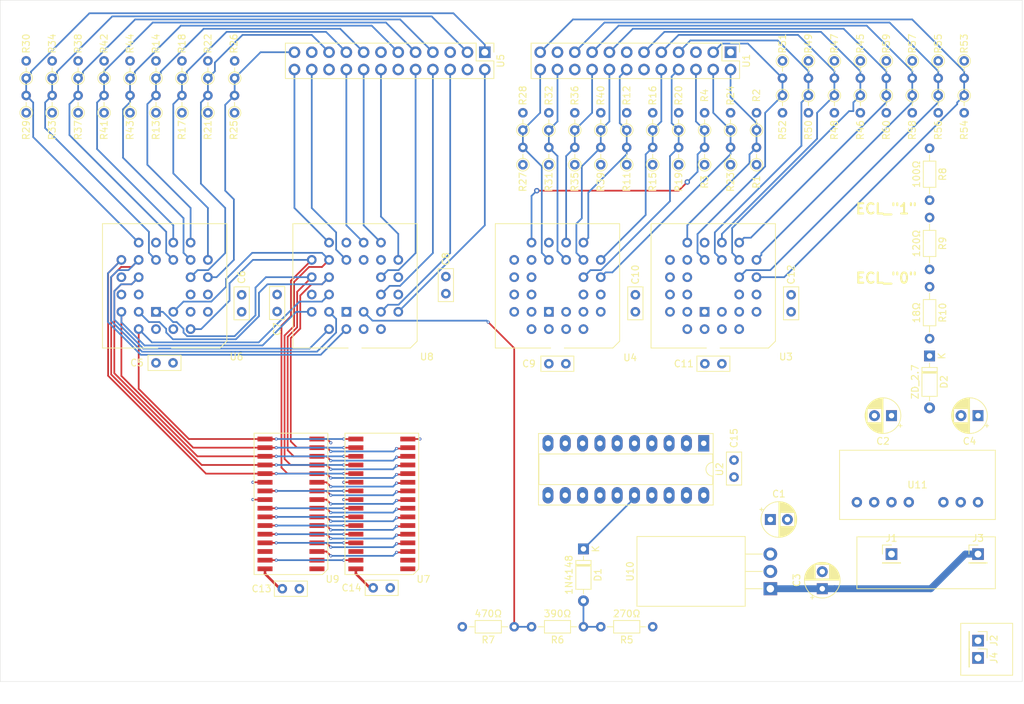
<source format=kicad_pcb>
(kicad_pcb (version 20171130) (host pcbnew "(5.1.2)-1")
  (layers (0 F.Cu signal) (1 In1.Cu signal) (2 In2.Cu signal) (31 B.Cu signal) (34 B.Paste user) (35 F.Paste user) (36 B.SilkS user) (37 F.SilkS user) (38 B.Mask user) (39 F.Mask user) (44 Edge.Cuts user))
  (net 0 "")
  (net 1 +5V)
  (net 2 GND)
  (net 3 -5V)
  (net 4 +6V)
  (net 5 -30V)
  (net 6 /ENABLE_LATCH)
  (net 7 "Net-(D1-Pad2)")
  (net 8 "Net-(D2-Pad1)")
  (net 9 /RW_CALL)
  (net 10 /STORE_NEW)
  (net 11 "Net-(R6-Pad2)")
  (net 12 /ECL_"1")
  (net 13 /ECL_"0")
  (net 14 /SAR3)
  (net 15 /WR3)
  (net 16 /SAR2)
  (net 17 /WR2)
  (net 18 /SAR1)
  (net 19 /WR1)
  (net 20 /SAR0)
  (net 21 /WR0)
  (net 22 /SAR7)
  (net 23 /WR8)
  (net 24 /SAR6)
  (net 25 /WR7)
  (net 26 /SAR5)
  (net 27 /WR6)
  (net 28 /SAR4)
  (net 29 /WR5)
  (net 30 /WR4)
  (net 31 /SAR11)
  (net 32 /SAR10)
  (net 33 /SAR9)
  (net 34 /SAR8)
  (net 35 /SAR15)
  (net 36 /SAR14)
  (net 37 /SAR13)
  (net 38 /SAR12)
  (net 39 "Net-(U2-Pad1)")
  (net 40 "Net-(U2-Pad11)")
  (net 41 /CS2_BANK1)
  (net 42 /SARTTL15)
  (net 43 /WE_RAM)
  (net 44 "Net-(U2-Pad4)")
  (net 45 /CS2_BANK2)
  (net 46 /STORE_NEW_TTL)
  (net 47 /STORE_ENABLE)
  (net 48 "Net-(U2-Pad6)")
  (net 49 /RW_CALL_TTL)
  (net 50 "Net-(U2-Pad17)")
  (net 51 "Net-(U2-Pad18)")
  (net 52 "Net-(U2-Pad19)")
  (net 53 /SARTTL2)
  (net 54 /SARTTL1)
  (net 55 /SARTTL3)
  (net 56 /SARTTL0)
  (net 57 "Net-(U3-Pad6)")
  (net 58 /SARTTL7)
  (net 59 /SARTTL6)
  (net 60 /SARTTL4)
  (net 61 /SARTTL5)
  (net 62 /SARTTL13)
  (net 63 /SARTTL12)
  (net 64 /SARTTL14)
  (net 65 "Net-(U4-Pad6)")
  (net 66 /SARTTL8)
  (net 67 /SARTTL11)
  (net 68 /SARTTL9)
  (net 69 /SARTTL10)
  (net 70 /RD8)
  (net 71 /RD7)
  (net 72 /RD6)
  (net 73 /RD5)
  (net 74 /RD4)
  (net 75 /RD3)
  (net 76 /RD2)
  (net 77 /RD1)
  (net 78 /RD0)
  (net 79 /IOTTL5)
  (net 80 /IOTTL4)
  (net 81 /IOTTL6)
  (net 82 /IOTTL7)
  (net 83 /IOTTL8)
  (net 84 "Net-(U6-Pad6)")
  (net 85 /IOTTL0)
  (net 86 /IOTTL3)
  (net 87 /IOTTL1)
  (net 88 /IOTTL2)
  (net 89 "Net-(U7-Pad1)")
  (net 90 "Net-(U7-Pad2)")
  (net 91 "Net-(U9-Pad2)")
  (net 92 "Net-(U9-Pad1)")
  (net 93 "Net-(U11-Pad3)")
  (net 94 "Net-(U11-Pad5)")
  (net 95 "Net-(U11-Pad8)")
  (module Resistor_THT:R_Axial_DIN0204_L3.6mm_D1.6mm_P7.62mm_Horizontal (layer F.Cu) (at 216.408 54.737 270)
    (fp_text reference R8 (at 3.81 -1.92 90) (layer F.SilkS))
    (fp_text value 100Ω (at 3.81 1.92 90) (layer F.SilkS))
    (pad 2 thru_hole oval (at 7.62 0 270) (size 1.4 1.4) (drill 0.7) (layers *.Cu *.Mask) (net 12 /ECL_"1"))
    (pad 1 thru_hole circle (at 0 0 270) (size 1.4 1.4) (drill 0.7) (layers *.Cu *.Mask) (net 2 GND))
  )
  (module Capacitor_THT:CP_Radial_D5.0mm_P2.50mm (layer F.Cu) (at 193.04 109.22)
    (fp_text reference C1 (at 1.25 -3.75) (layer F.SilkS))
    (fp_text value CP)
    (pad 1 thru_hole rect (at 0 0) (size 1.6 1.6) (drill 0.8) (layers *.Cu *.Mask) (net 1 +5V))
    (pad 2 thru_hole circle (at 2.5 0) (size 1.6 1.6) (drill 0.8) (layers *.Cu *.Mask) (net 2 GND))
  )
  (module Capacitor_THT:CP_Radial_D5.0mm_P2.50mm (layer F.Cu) (at 210.82 93.98 180)
    (fp_text reference C2 (at 1.25 -3.75) (layer F.SilkS))
    (fp_text value CP)
    (pad 2 thru_hole circle (at 2.5 0 180) (size 1.6 1.6) (drill 0.8) (layers *.Cu *.Mask) (net 3 -5V))
    (pad 1 thru_hole rect (at 0 0 180) (size 1.6 1.6) (drill 0.8) (layers *.Cu *.Mask) (net 2 GND))
  )
  (module Capacitor_THT:CP_Radial_D5.0mm_P2.50mm (layer F.Cu) (at 200.66 119.38 90)
    (fp_text reference C3 (at 1.25 -3.75 90) (layer F.SilkS))
    (fp_text value CP)
    (pad 1 thru_hole rect (at 0 0 90) (size 1.6 1.6) (drill 0.8) (layers *.Cu *.Mask) (net 4 +6V))
    (pad 2 thru_hole circle (at 2.5 0 90) (size 1.6 1.6) (drill 0.8) (layers *.Cu *.Mask) (net 2 GND))
  )
  (module Capacitor_THT:CP_Radial_D5.0mm_P2.50mm (layer F.Cu) (at 223.52 93.98 180)
    (fp_text reference C4 (at 1.25 -3.75) (layer F.SilkS))
    (fp_text value CP)
    (pad 2 thru_hole circle (at 2.5 0 180) (size 1.6 1.6) (drill 0.8) (layers *.Cu *.Mask) (net 5 -30V))
    (pad 1 thru_hole rect (at 0 0 180) (size 1.6 1.6) (drill 0.8) (layers *.Cu *.Mask) (net 2 GND))
  )
  (module Capacitor_THT:C_Rect_L4.6mm_W2.0mm_P2.50mm_MKS02_FKP02 (layer F.Cu) (at 102.87 86.233)
    (fp_text reference C5 (at -2.794 0) (layer F.SilkS))
    (fp_text value C)
    (pad 1 thru_hole circle (at 0 0) (size 1.4 1.4) (drill 0.7) (layers *.Cu *.Mask) (net 1 +5V))
    (pad 2 thru_hole circle (at 2.5 0) (size 1.4 1.4) (drill 0.7) (layers *.Cu *.Mask) (net 2 GND))
  )
  (module Capacitor_THT:C_Rect_L4.6mm_W2.0mm_P2.50mm_MKS02_FKP02 (layer F.Cu) (at 115.443 78.74 90)
    (fp_text reference C6 (at 5.08 0 90) (layer F.SilkS))
    (fp_text value C)
    (pad 2 thru_hole circle (at 2.5 0 90) (size 1.4 1.4) (drill 0.7) (layers *.Cu *.Mask) (net 3 -5V))
    (pad 1 thru_hole circle (at 0 0 90) (size 1.4 1.4) (drill 0.7) (layers *.Cu *.Mask) (net 2 GND))
  )
  (module Capacitor_THT:C_Rect_L4.6mm_W2.0mm_P2.50mm_MKS02_FKP02 (layer F.Cu) (at 120.65 76.2 270)
    (fp_text reference C7 (at 5.08 0 90) (layer F.SilkS))
    (fp_text value C)
    (pad 2 thru_hole circle (at 2.5 0 270) (size 1.4 1.4) (drill 0.7) (layers *.Cu *.Mask) (net 2 GND))
    (pad 1 thru_hole circle (at 0 0 270) (size 1.4 1.4) (drill 0.7) (layers *.Cu *.Mask) (net 1 +5V))
  )
  (module Capacitor_THT:C_Rect_L4.6mm_W2.0mm_P2.50mm_MKS02_FKP02 (layer F.Cu) (at 145.415 76.073 90)
    (fp_text reference C8 (at 5.08 0 90) (layer F.SilkS))
    (fp_text value C)
    (pad 1 thru_hole circle (at 0 0 90) (size 1.4 1.4) (drill 0.7) (layers *.Cu *.Mask) (net 2 GND))
    (pad 2 thru_hole circle (at 2.5 0 90) (size 1.4 1.4) (drill 0.7) (layers *.Cu *.Mask) (net 3 -5V))
  )
  (module Capacitor_THT:C_Rect_L4.6mm_W2.0mm_P2.50mm_MKS02_FKP02 (layer F.Cu) (at 160.528 86.36)
    (fp_text reference C9 (at -2.921 0) (layer F.SilkS))
    (fp_text value C)
    (pad 1 thru_hole circle (at 0 0) (size 1.4 1.4) (drill 0.7) (layers *.Cu *.Mask) (net 1 +5V))
    (pad 2 thru_hole circle (at 2.5 0) (size 1.4 1.4) (drill 0.7) (layers *.Cu *.Mask) (net 2 GND))
  )
  (module Capacitor_THT:C_Rect_L4.6mm_W2.0mm_P2.50mm_MKS02_FKP02 (layer F.Cu) (at 173.228 78.74 90)
    (fp_text reference C10 (at 5.461 0 90) (layer F.SilkS))
    (fp_text value C)
    (pad 2 thru_hole circle (at 2.5 0 90) (size 1.4 1.4) (drill 0.7) (layers *.Cu *.Mask) (net 3 -5V))
    (pad 1 thru_hole circle (at 0 0 90) (size 1.4 1.4) (drill 0.7) (layers *.Cu *.Mask) (net 2 GND))
  )
  (module Capacitor_THT:C_Rect_L4.6mm_W2.0mm_P2.50mm_MKS02_FKP02 (layer F.Cu) (at 183.428 86.36)
    (fp_text reference C11 (at -3.088 0) (layer F.SilkS))
    (fp_text value C)
    (pad 2 thru_hole circle (at 2.5 0) (size 1.4 1.4) (drill 0.7) (layers *.Cu *.Mask) (net 2 GND))
    (pad 1 thru_hole circle (at 0 0) (size 1.4 1.4) (drill 0.7) (layers *.Cu *.Mask) (net 1 +5V))
  )
  (module Capacitor_THT:C_Rect_L4.6mm_W2.0mm_P2.50mm_MKS02_FKP02 (layer F.Cu) (at 196.088 78.74 90)
    (fp_text reference C12 (at 5.461 0 90) (layer F.SilkS))
    (fp_text value C)
    (pad 1 thru_hole circle (at 0 0 90) (size 1.4 1.4) (drill 0.7) (layers *.Cu *.Mask) (net 2 GND))
    (pad 2 thru_hole circle (at 2.5 0 90) (size 1.4 1.4) (drill 0.7) (layers *.Cu *.Mask) (net 3 -5V))
  )
  (module Capacitor_THT:C_Rect_L4.6mm_W2.0mm_P2.50mm_MKS02_FKP02 (layer F.Cu) (at 121.412 119.38)
    (fp_text reference C13 (at -3.048 0) (layer F.SilkS))
    (fp_text value C)
    (pad 1 thru_hole circle (at 0 0) (size 1.4 1.4) (drill 0.7) (layers *.Cu *.Mask) (net 1 +5V))
    (pad 2 thru_hole circle (at 2.5 0) (size 1.4 1.4) (drill 0.7) (layers *.Cu *.Mask) (net 2 GND))
  )
  (module Capacitor_THT:C_Rect_L4.6mm_W2.0mm_P2.50mm_MKS02_FKP02 (layer F.Cu) (at 134.747 119.253)
    (fp_text reference C14 (at -3.175 0) (layer F.SilkS))
    (fp_text value C)
    (pad 2 thru_hole circle (at 2.5 0) (size 1.4 1.4) (drill 0.7) (layers *.Cu *.Mask) (net 2 GND))
    (pad 1 thru_hole circle (at 0 0) (size 1.4 1.4) (drill 0.7) (layers *.Cu *.Mask) (net 1 +5V))
  )
  (module Capacitor_THT:C_Rect_L4.6mm_W2.0mm_P2.50mm_MKS02_FKP02 (layer F.Cu) (at 187.706 102.997 90)
    (fp_text reference C15 (at 5.715 0 90) (layer F.SilkS))
    (fp_text value C)
    (pad 1 thru_hole circle (at 0 0 90) (size 1.4 1.4) (drill 0.7) (layers *.Cu *.Mask) (net 1 +5V))
    (pad 2 thru_hole circle (at 2.5 0 90) (size 1.4 1.4) (drill 0.7) (layers *.Cu *.Mask) (net 2 GND))
  )
  (module Diode_THT:D_DO-35_SOD27_P7.62mm_Horizontal (layer F.Cu) (at 165.608 113.538 270)
    (fp_text reference D1 (at 3.81 -2.12 90) (layer F.SilkS))
    (fp_text value 1N4148 (at 3.81 2.12 90) (layer F.SilkS))
    (fp_text user K (at 0 -1.8 90) (layer F.SilkS))
    (pad 1 thru_hole rect (at 0 0 270) (size 1.6 1.6) (drill 0.8) (layers *.Cu *.Mask) (net 6 /ENABLE_LATCH))
    (pad 2 thru_hole oval (at 7.62 0 270) (size 1.6 1.6) (drill 0.8) (layers *.Cu *.Mask) (net 7 "Net-(D1-Pad2)"))
  )
  (module Diode_THT:D_DO-35_SOD27_P7.62mm_Horizontal (layer F.Cu) (at 216.408 85.217 270)
    (fp_text reference D2 (at 3.81 -2.12 90) (layer F.SilkS))
    (fp_text value ZD_2.7 (at 3.81 2.12 90) (layer F.SilkS))
    (fp_text user K (at 0 -1.8 90) (layer F.SilkS))
    (pad 2 thru_hole oval (at 7.62 0 270) (size 1.6 1.6) (drill 0.8) (layers *.Cu *.Mask) (net 3 -5V))
    (pad 1 thru_hole rect (at 0 0 270) (size 1.6 1.6) (drill 0.8) (layers *.Cu *.Mask) (net 8 "Net-(D2-Pad1)"))
  )
  (module Resistor_THT:R_Axial_DIN0204_L3.6mm_D1.6mm_P2.54mm_Vertical (layer F.Cu) (at 191.008 57.15 90)
    (fp_text reference R1 (at -2.54 0 90) (layer F.SilkS))
    (fp_text value 200Ω)
    (pad 1 thru_hole circle (at 0 0 90) (size 1.4 1.4) (drill 0.7) (layers *.Cu *.Mask) (net 2 GND))
    (pad 2 thru_hole oval (at 2.54 0 90) (size 1.4 1.4) (drill 0.7) (layers *.Cu *.Mask) (net 9 /RW_CALL))
  )
  (module Resistor_THT:R_Axial_DIN0204_L3.6mm_D1.6mm_P2.54mm_Vertical (layer F.Cu) (at 191.008 52.07 90)
    (fp_text reference R2 (at 5.08 0 90) (layer F.SilkS))
    (fp_text value 174Ω)
    (pad 2 thru_hole oval (at 2.54 0 90) (size 1.4 1.4) (drill 0.7) (layers *.Cu *.Mask) (net 3 -5V))
    (pad 1 thru_hole circle (at 0 0 90) (size 1.4 1.4) (drill 0.7) (layers *.Cu *.Mask) (net 9 /RW_CALL))
  )
  (module Resistor_THT:R_Axial_DIN0204_L3.6mm_D1.6mm_P2.54mm_Vertical (layer F.Cu) (at 183.388 57.15 90)
    (fp_text reference R3 (at -2.54 0 90) (layer F.SilkS))
    (fp_text value 200Ω)
    (pad 1 thru_hole circle (at 0 0 90) (size 1.4 1.4) (drill 0.7) (layers *.Cu *.Mask) (net 2 GND))
    (pad 2 thru_hole oval (at 2.54 0 90) (size 1.4 1.4) (drill 0.7) (layers *.Cu *.Mask) (net 10 /STORE_NEW))
  )
  (module Resistor_THT:R_Axial_DIN0204_L3.6mm_D1.6mm_P2.54mm_Vertical (layer F.Cu) (at 183.388 52.07 90)
    (fp_text reference R4 (at 5.08 0 90) (layer F.SilkS))
    (fp_text value 174Ω)
    (pad 2 thru_hole oval (at 2.54 0 90) (size 1.4 1.4) (drill 0.7) (layers *.Cu *.Mask) (net 3 -5V))
    (pad 1 thru_hole circle (at 0 0 90) (size 1.4 1.4) (drill 0.7) (layers *.Cu *.Mask) (net 10 /STORE_NEW))
  )
  (module Resistor_THT:R_Axial_DIN0204_L3.6mm_D1.6mm_P2.54mm_Vertical (layer F.Cu) (at 171.958 57.15 90)
    (fp_text reference R11 (at -2.54 0 90) (layer F.SilkS))
    (fp_text value 200Ω)
    (pad 1 thru_hole circle (at 0 0 90) (size 1.4 1.4) (drill 0.7) (layers *.Cu *.Mask) (net 2 GND))
    (pad 2 thru_hole oval (at 2.54 0 90) (size 1.4 1.4) (drill 0.7) (layers *.Cu *.Mask) (net 14 /SAR3))
  )
  (module Resistor_THT:R_Axial_DIN0204_L3.6mm_D1.6mm_P2.54mm_Vertical (layer F.Cu) (at 171.958 52.07 90)
    (fp_text reference R12 (at 5.08 0 90) (layer F.SilkS))
    (fp_text value 174Ω)
    (pad 2 thru_hole oval (at 2.54 0 90) (size 1.4 1.4) (drill 0.7) (layers *.Cu *.Mask) (net 3 -5V))
    (pad 1 thru_hole circle (at 0 0 90) (size 1.4 1.4) (drill 0.7) (layers *.Cu *.Mask) (net 14 /SAR3))
  )
  (module Resistor_THT:R_Axial_DIN0204_L3.6mm_D1.6mm_P2.54mm_Vertical (layer F.Cu) (at 102.87 49.53 90)
    (fp_text reference R13 (at -2.54 0 90) (layer F.SilkS))
    (fp_text value 200Ω)
    (pad 1 thru_hole circle (at 0 0 90) (size 1.4 1.4) (drill 0.7) (layers *.Cu *.Mask) (net 2 GND))
    (pad 2 thru_hole oval (at 2.54 0 90) (size 1.4 1.4) (drill 0.7) (layers *.Cu *.Mask) (net 15 /WR3))
  )
  (module Resistor_THT:R_Axial_DIN0204_L3.6mm_D1.6mm_P2.54mm_Vertical (layer F.Cu) (at 102.87 44.45 90)
    (fp_text reference R14 (at 5.08 0 90) (layer F.SilkS))
    (fp_text value 174Ω)
    (pad 1 thru_hole circle (at 0 0 90) (size 1.4 1.4) (drill 0.7) (layers *.Cu *.Mask) (net 15 /WR3))
    (pad 2 thru_hole oval (at 2.54 0 90) (size 1.4 1.4) (drill 0.7) (layers *.Cu *.Mask) (net 3 -5V))
  )
  (module Resistor_THT:R_Axial_DIN0204_L3.6mm_D1.6mm_P2.54mm_Vertical (layer F.Cu) (at 175.768 57.15 90)
    (fp_text reference R15 (at -2.54 0 90) (layer F.SilkS))
    (fp_text value 200Ω)
    (pad 1 thru_hole circle (at 0 0 90) (size 1.4 1.4) (drill 0.7) (layers *.Cu *.Mask) (net 2 GND))
    (pad 2 thru_hole oval (at 2.54 0 90) (size 1.4 1.4) (drill 0.7) (layers *.Cu *.Mask) (net 16 /SAR2))
  )
  (module Resistor_THT:R_Axial_DIN0204_L3.6mm_D1.6mm_P2.54mm_Vertical (layer F.Cu) (at 175.768 52.07 90)
    (fp_text reference R16 (at 5.08 0 90) (layer F.SilkS))
    (fp_text value 174Ω)
    (pad 2 thru_hole oval (at 2.54 0 90) (size 1.4 1.4) (drill 0.7) (layers *.Cu *.Mask) (net 3 -5V))
    (pad 1 thru_hole circle (at 0 0 90) (size 1.4 1.4) (drill 0.7) (layers *.Cu *.Mask) (net 16 /SAR2))
  )
  (module Resistor_THT:R_Axial_DIN0204_L3.6mm_D1.6mm_P2.54mm_Vertical (layer F.Cu) (at 106.68 49.53 90)
    (fp_text reference R17 (at -2.54 0 90) (layer F.SilkS))
    (fp_text value 200Ω)
    (pad 2 thru_hole oval (at 2.54 0 90) (size 1.4 1.4) (drill 0.7) (layers *.Cu *.Mask) (net 17 /WR2))
    (pad 1 thru_hole circle (at 0 0 90) (size 1.4 1.4) (drill 0.7) (layers *.Cu *.Mask) (net 2 GND))
  )
  (module Resistor_THT:R_Axial_DIN0204_L3.6mm_D1.6mm_P2.54mm_Vertical (layer F.Cu) (at 106.68 44.45 90)
    (fp_text reference R18 (at 5.08 0 90) (layer F.SilkS))
    (fp_text value 174Ω)
    (pad 1 thru_hole circle (at 0 0 90) (size 1.4 1.4) (drill 0.7) (layers *.Cu *.Mask) (net 17 /WR2))
    (pad 2 thru_hole oval (at 2.54 0 90) (size 1.4 1.4) (drill 0.7) (layers *.Cu *.Mask) (net 3 -5V))
  )
  (module Resistor_THT:R_Axial_DIN0204_L3.6mm_D1.6mm_P2.54mm_Vertical (layer F.Cu) (at 179.578 57.15 90)
    (fp_text reference R19 (at -2.54 0 90) (layer F.SilkS))
    (fp_text value 200Ω)
    (pad 1 thru_hole circle (at 0 0 90) (size 1.4 1.4) (drill 0.7) (layers *.Cu *.Mask) (net 2 GND))
    (pad 2 thru_hole oval (at 2.54 0 90) (size 1.4 1.4) (drill 0.7) (layers *.Cu *.Mask) (net 18 /SAR1))
  )
  (module Resistor_THT:R_Axial_DIN0204_L3.6mm_D1.6mm_P2.54mm_Vertical (layer F.Cu) (at 179.578 52.07 90)
    (fp_text reference R20 (at 5.08 0 90) (layer F.SilkS))
    (fp_text value 174Ω)
    (pad 1 thru_hole circle (at 0 0 90) (size 1.4 1.4) (drill 0.7) (layers *.Cu *.Mask) (net 18 /SAR1))
    (pad 2 thru_hole oval (at 2.54 0 90) (size 1.4 1.4) (drill 0.7) (layers *.Cu *.Mask) (net 3 -5V))
  )
  (module Resistor_THT:R_Axial_DIN0204_L3.6mm_D1.6mm_P2.54mm_Vertical (layer F.Cu) (at 110.49 49.53 90)
    (fp_text reference R21 (at -2.54 0 90) (layer F.SilkS))
    (fp_text value 200Ω)
    (pad 2 thru_hole oval (at 2.54 0 90) (size 1.4 1.4) (drill 0.7) (layers *.Cu *.Mask) (net 19 /WR1))
    (pad 1 thru_hole circle (at 0 0 90) (size 1.4 1.4) (drill 0.7) (layers *.Cu *.Mask) (net 2 GND))
  )
  (module Resistor_THT:R_Axial_DIN0204_L3.6mm_D1.6mm_P2.54mm_Vertical (layer F.Cu) (at 110.49 44.45 90)
    (fp_text reference R22 (at 5.08 0 90) (layer F.SilkS))
    (fp_text value 174Ω)
    (pad 1 thru_hole circle (at 0 0 90) (size 1.4 1.4) (drill 0.7) (layers *.Cu *.Mask) (net 19 /WR1))
    (pad 2 thru_hole oval (at 2.54 0 90) (size 1.4 1.4) (drill 0.7) (layers *.Cu *.Mask) (net 3 -5V))
  )
  (module Resistor_THT:R_Axial_DIN0204_L3.6mm_D1.6mm_P2.54mm_Vertical (layer F.Cu) (at 187.198 57.15 90)
    (fp_text reference R23 (at -2.54 0 90) (layer F.SilkS))
    (fp_text value 200Ω)
    (pad 2 thru_hole oval (at 2.54 0 90) (size 1.4 1.4) (drill 0.7) (layers *.Cu *.Mask) (net 20 /SAR0))
    (pad 1 thru_hole circle (at 0 0 90) (size 1.4 1.4) (drill 0.7) (layers *.Cu *.Mask) (net 2 GND))
  )
  (module Resistor_THT:R_Axial_DIN0204_L3.6mm_D1.6mm_P2.54mm_Vertical (layer F.Cu) (at 187.198 52.07 90)
    (fp_text reference R24 (at 5.08 0 90) (layer F.SilkS))
    (fp_text value 174Ω)
    (pad 1 thru_hole circle (at 0 0 90) (size 1.4 1.4) (drill 0.7) (layers *.Cu *.Mask) (net 20 /SAR0))
    (pad 2 thru_hole oval (at 2.54 0 90) (size 1.4 1.4) (drill 0.7) (layers *.Cu *.Mask) (net 3 -5V))
  )
  (module Resistor_THT:R_Axial_DIN0204_L3.6mm_D1.6mm_P2.54mm_Vertical (layer F.Cu) (at 114.4 49.53 90)
    (fp_text reference R25 (at -2.54 -0.1 90) (layer F.SilkS))
    (fp_text value 200Ω)
    (pad 2 thru_hole oval (at 2.54 0 90) (size 1.4 1.4) (drill 0.7) (layers *.Cu *.Mask) (net 21 /WR0))
    (pad 1 thru_hole circle (at 0 0 90) (size 1.4 1.4) (drill 0.7) (layers *.Cu *.Mask) (net 2 GND))
  )
  (module Resistor_THT:R_Axial_DIN0204_L3.6mm_D1.6mm_P2.54mm_Vertical (layer F.Cu) (at 114.4143 44.45 90)
    (fp_text reference R26 (at 5.08 -0.1143 90) (layer F.SilkS))
    (fp_text value 174Ω)
    (pad 1 thru_hole circle (at 0 0 90) (size 1.4 1.4) (drill 0.7) (layers *.Cu *.Mask) (net 21 /WR0))
    (pad 2 thru_hole oval (at 2.54 0 90) (size 1.4 1.4) (drill 0.7) (layers *.Cu *.Mask) (net 3 -5V))
  )
  (module Resistor_THT:R_Axial_DIN0204_L3.6mm_D1.6mm_P2.54mm_Vertical (layer F.Cu) (at 156.718 57.15 90)
    (fp_text reference R27 (at -2.54 0 90) (layer F.SilkS))
    (fp_text value 200Ω)
    (pad 1 thru_hole circle (at 0 0 90) (size 1.4 1.4) (drill 0.7) (layers *.Cu *.Mask) (net 2 GND))
    (pad 2 thru_hole oval (at 2.54 0 90) (size 1.4 1.4) (drill 0.7) (layers *.Cu *.Mask) (net 22 /SAR7))
  )
  (module Resistor_THT:R_Axial_DIN0204_L3.6mm_D1.6mm_P2.54mm_Vertical (layer F.Cu) (at 156.718 52.07 90)
    (fp_text reference R28 (at 5.08 0 90) (layer F.SilkS))
    (fp_text value 174Ω)
    (pad 2 thru_hole oval (at 2.54 0 90) (size 1.4 1.4) (drill 0.7) (layers *.Cu *.Mask) (net 3 -5V))
    (pad 1 thru_hole circle (at 0 0 90) (size 1.4 1.4) (drill 0.7) (layers *.Cu *.Mask) (net 22 /SAR7))
  )
  (module Resistor_THT:R_Axial_DIN0204_L3.6mm_D1.6mm_P2.54mm_Vertical (layer F.Cu) (at 83.82 49.53 90)
    (fp_text reference R29 (at -2.54 0 90) (layer F.SilkS))
    (fp_text value 200Ω)
    (pad 2 thru_hole oval (at 2.54 0 90) (size 1.4 1.4) (drill 0.7) (layers *.Cu *.Mask) (net 23 /WR8))
    (pad 1 thru_hole circle (at 0 0 90) (size 1.4 1.4) (drill 0.7) (layers *.Cu *.Mask) (net 2 GND))
  )
  (module Resistor_THT:R_Axial_DIN0204_L3.6mm_D1.6mm_P2.54mm_Vertical (layer F.Cu) (at 83.82 44.45 90)
    (fp_text reference R30 (at 5.08 0 90) (layer F.SilkS))
    (fp_text value 174Ω)
    (pad 2 thru_hole oval (at 2.54 0 90) (size 1.4 1.4) (drill 0.7) (layers *.Cu *.Mask) (net 3 -5V))
    (pad 1 thru_hole circle (at 0 0 90) (size 1.4 1.4) (drill 0.7) (layers *.Cu *.Mask) (net 23 /WR8))
  )
  (module Resistor_THT:R_Axial_DIN0204_L3.6mm_D1.6mm_P2.54mm_Vertical (layer F.Cu) (at 160.528 57.15 90)
    (fp_text reference R31 (at -2.54 0 90) (layer F.SilkS))
    (fp_text value 200Ω)
    (pad 1 thru_hole circle (at 0 0 90) (size 1.4 1.4) (drill 0.7) (layers *.Cu *.Mask) (net 2 GND))
    (pad 2 thru_hole oval (at 2.54 0 90) (size 1.4 1.4) (drill 0.7) (layers *.Cu *.Mask) (net 24 /SAR6))
  )
  (module Resistor_THT:R_Axial_DIN0204_L3.6mm_D1.6mm_P2.54mm_Vertical (layer F.Cu) (at 160.528 52.07 90)
    (fp_text reference R32 (at 5.08 0 90) (layer F.SilkS))
    (fp_text value 174Ω)
    (pad 2 thru_hole oval (at 2.54 0 90) (size 1.4 1.4) (drill 0.7) (layers *.Cu *.Mask) (net 3 -5V))
    (pad 1 thru_hole circle (at 0 0 90) (size 1.4 1.4) (drill 0.7) (layers *.Cu *.Mask) (net 24 /SAR6))
  )
  (module Resistor_THT:R_Axial_DIN0204_L3.6mm_D1.6mm_P2.54mm_Vertical (layer F.Cu) (at 87.63 49.53 90)
    (fp_text reference R33 (at -2.54 0 90) (layer F.SilkS))
    (fp_text value 200Ω)
    (pad 2 thru_hole oval (at 2.54 0 90) (size 1.4 1.4) (drill 0.7) (layers *.Cu *.Mask) (net 25 /WR7))
    (pad 1 thru_hole circle (at 0 0 90) (size 1.4 1.4) (drill 0.7) (layers *.Cu *.Mask) (net 2 GND))
  )
  (module Resistor_THT:R_Axial_DIN0204_L3.6mm_D1.6mm_P2.54mm_Vertical (layer F.Cu) (at 87.63 44.45 90)
    (fp_text reference R34 (at 5.08 0 90) (layer F.SilkS))
    (fp_text value 174Ω)
    (pad 1 thru_hole circle (at 0 0 90) (size 1.4 1.4) (drill 0.7) (layers *.Cu *.Mask) (net 25 /WR7))
    (pad 2 thru_hole oval (at 2.54 0 90) (size 1.4 1.4) (drill 0.7) (layers *.Cu *.Mask) (net 3 -5V))
  )
  (module Resistor_THT:R_Axial_DIN0204_L3.6mm_D1.6mm_P2.54mm_Vertical (layer F.Cu) (at 164.338 57.15 90)
    (fp_text reference R35 (at -2.54 0 90) (layer F.SilkS))
    (fp_text value 200Ω)
    (pad 1 thru_hole circle (at 0 0 90) (size 1.4 1.4) (drill 0.7) (layers *.Cu *.Mask) (net 2 GND))
    (pad 2 thru_hole oval (at 2.54 0 90) (size 1.4 1.4) (drill 0.7) (layers *.Cu *.Mask) (net 26 /SAR5))
  )
  (module Resistor_THT:R_Axial_DIN0204_L3.6mm_D1.6mm_P2.54mm_Vertical (layer F.Cu) (at 164.338 52.07 90)
    (fp_text reference R36 (at 5.08 0 90) (layer F.SilkS))
    (fp_text value 174Ω)
    (pad 2 thru_hole oval (at 2.54 0 90) (size 1.4 1.4) (drill 0.7) (layers *.Cu *.Mask) (net 3 -5V))
    (pad 1 thru_hole circle (at 0 0 90) (size 1.4 1.4) (drill 0.7) (layers *.Cu *.Mask) (net 26 /SAR5))
  )
  (module Resistor_THT:R_Axial_DIN0204_L3.6mm_D1.6mm_P2.54mm_Vertical (layer F.Cu) (at 91.44 49.53 90)
    (fp_text reference R37 (at -2.54 0 90) (layer F.SilkS))
    (fp_text value 200Ω)
    (pad 2 thru_hole oval (at 2.54 0 90) (size 1.4 1.4) (drill 0.7) (layers *.Cu *.Mask) (net 27 /WR6))
    (pad 1 thru_hole circle (at 0 0 90) (size 1.4 1.4) (drill 0.7) (layers *.Cu *.Mask) (net 2 GND))
  )
  (module Resistor_THT:R_Axial_DIN0204_L3.6mm_D1.6mm_P2.54mm_Vertical (layer F.Cu) (at 91.44 44.45 90)
    (fp_text reference R38 (at 5.08 0 90) (layer F.SilkS))
    (fp_text value 174Ω)
    (pad 1 thru_hole circle (at 0 0 90) (size 1.4 1.4) (drill 0.7) (layers *.Cu *.Mask) (net 27 /WR6))
    (pad 2 thru_hole oval (at 2.54 0 90) (size 1.4 1.4) (drill 0.7) (layers *.Cu *.Mask) (net 3 -5V))
  )
  (module Resistor_THT:R_Axial_DIN0204_L3.6mm_D1.6mm_P2.54mm_Vertical (layer F.Cu) (at 168.148 57.15 90)
    (fp_text reference R39 (at -2.54 0 90) (layer F.SilkS))
    (fp_text value 200Ω)
    (pad 2 thru_hole oval (at 2.54 0 90) (size 1.4 1.4) (drill 0.7) (layers *.Cu *.Mask) (net 28 /SAR4))
    (pad 1 thru_hole circle (at 0 0 90) (size 1.4 1.4) (drill 0.7) (layers *.Cu *.Mask) (net 2 GND))
  )
  (module Resistor_THT:R_Axial_DIN0204_L3.6mm_D1.6mm_P2.54mm_Vertical (layer F.Cu) (at 168.148 52.07 90)
    (fp_text reference R40 (at 5.08 0 90) (layer F.SilkS))
    (fp_text value 174Ω)
    (pad 1 thru_hole circle (at 0 0 90) (size 1.4 1.4) (drill 0.7) (layers *.Cu *.Mask) (net 28 /SAR4))
    (pad 2 thru_hole oval (at 2.54 0 90) (size 1.4 1.4) (drill 0.7) (layers *.Cu *.Mask) (net 3 -5V))
  )
  (module Resistor_THT:R_Axial_DIN0204_L3.6mm_D1.6mm_P2.54mm_Vertical (layer F.Cu) (at 95.25 49.53 90)
    (fp_text reference R41 (at -2.54 0 90) (layer F.SilkS))
    (fp_text value 200Ω)
    (pad 2 thru_hole oval (at 2.54 0 90) (size 1.4 1.4) (drill 0.7) (layers *.Cu *.Mask) (net 29 /WR5))
    (pad 1 thru_hole circle (at 0 0 90) (size 1.4 1.4) (drill 0.7) (layers *.Cu *.Mask) (net 2 GND))
  )
  (module Resistor_THT:R_Axial_DIN0204_L3.6mm_D1.6mm_P2.54mm_Vertical (layer F.Cu) (at 95.25 44.45 90)
    (fp_text reference R42 (at 5.08 0 90) (layer F.SilkS))
    (fp_text value 174Ω)
    (pad 1 thru_hole circle (at 0 0 90) (size 1.4 1.4) (drill 0.7) (layers *.Cu *.Mask) (net 29 /WR5))
    (pad 2 thru_hole oval (at 2.54 0 90) (size 1.4 1.4) (drill 0.7) (layers *.Cu *.Mask) (net 3 -5V))
  )
  (module Resistor_THT:R_Axial_DIN0204_L3.6mm_D1.6mm_P2.54mm_Vertical (layer F.Cu) (at 99.06 49.53 90)
    (fp_text reference R43 (at -2.54 0 90) (layer F.SilkS))
    (fp_text value 200Ω)
    (pad 2 thru_hole oval (at 2.54 0 90) (size 1.4 1.4) (drill 0.7) (layers *.Cu *.Mask) (net 30 /WR4))
    (pad 1 thru_hole circle (at 0 0 90) (size 1.4 1.4) (drill 0.7) (layers *.Cu *.Mask) (net 2 GND))
  )
  (module Resistor_THT:R_Axial_DIN0204_L3.6mm_D1.6mm_P2.54mm_Vertical (layer F.Cu) (at 99.06 44.45 90)
    (fp_text reference R44 (at 5.08 0 90) (layer F.SilkS))
    (fp_text value 174Ω)
    (pad 1 thru_hole circle (at 0 0 90) (size 1.4 1.4) (drill 0.7) (layers *.Cu *.Mask) (net 30 /WR4))
    (pad 2 thru_hole oval (at 2.54 0 90) (size 1.4 1.4) (drill 0.7) (layers *.Cu *.Mask) (net 3 -5V))
  )
  (module Resistor_THT:R_Axial_DIN0204_L3.6mm_D1.6mm_P2.54mm_Vertical (layer F.Cu) (at 206.248 41.91 270)
    (fp_text reference R45 (at -2.54 0 90) (layer F.SilkS))
    (fp_text value 200Ω)
    (pad 2 thru_hole oval (at 2.54 0 270) (size 1.4 1.4) (drill 0.7) (layers *.Cu *.Mask) (net 31 /SAR11))
    (pad 1 thru_hole circle (at 0 0 270) (size 1.4 1.4) (drill 0.7) (layers *.Cu *.Mask) (net 2 GND))
  )
  (module Resistor_THT:R_Axial_DIN0204_L3.6mm_D1.6mm_P2.54mm_Vertical (layer F.Cu) (at 206.248 46.99 270)
    (fp_text reference R46 (at 5.08 0 90) (layer F.SilkS))
    (fp_text value 174Ω)
    (pad 1 thru_hole circle (at 0 0 270) (size 1.4 1.4) (drill 0.7) (layers *.Cu *.Mask) (net 31 /SAR11))
    (pad 2 thru_hole oval (at 2.54 0 270) (size 1.4 1.4) (drill 0.7) (layers *.Cu *.Mask) (net 3 -5V))
  )
  (module Resistor_THT:R_Axial_DIN0204_L3.6mm_D1.6mm_P2.54mm_Vertical (layer F.Cu) (at 202.438 41.91 270)
    (fp_text reference R47 (at -2.54 0 90) (layer F.SilkS))
    (fp_text value 200Ω)
    (pad 2 thru_hole oval (at 2.54 0 270) (size 1.4 1.4) (drill 0.7) (layers *.Cu *.Mask) (net 32 /SAR10))
    (pad 1 thru_hole circle (at 0 0 270) (size 1.4 1.4) (drill 0.7) (layers *.Cu *.Mask) (net 2 GND))
  )
  (module Resistor_THT:R_Axial_DIN0204_L3.6mm_D1.6mm_P2.54mm_Vertical (layer F.Cu) (at 202.438 46.99 270)
    (fp_text reference R48 (at 5.08 0 90) (layer F.SilkS))
    (fp_text value 174Ω)
    (pad 2 thru_hole oval (at 2.54 0 270) (size 1.4 1.4) (drill 0.7) (layers *.Cu *.Mask) (net 3 -5V))
    (pad 1 thru_hole circle (at 0 0 270) (size 1.4 1.4) (drill 0.7) (layers *.Cu *.Mask) (net 32 /SAR10))
  )
  (module Resistor_THT:R_Axial_DIN0204_L3.6mm_D1.6mm_P2.54mm_Vertical (layer F.Cu) (at 198.628 41.91 270)
    (fp_text reference R49 (at -2.54 0 90) (layer F.SilkS))
    (fp_text value 200Ω)
    (pad 2 thru_hole oval (at 2.54 0 270) (size 1.4 1.4) (drill 0.7) (layers *.Cu *.Mask) (net 33 /SAR9))
    (pad 1 thru_hole circle (at 0 0 270) (size 1.4 1.4) (drill 0.7) (layers *.Cu *.Mask) (net 2 GND))
  )
  (module Resistor_THT:R_Axial_DIN0204_L3.6mm_D1.6mm_P2.54mm_Vertical (layer F.Cu) (at 198.628 46.99 270)
    (fp_text reference R50 (at 5.08 0 90) (layer F.SilkS))
    (fp_text value 174Ω)
    (pad 2 thru_hole oval (at 2.54 0 270) (size 1.4 1.4) (drill 0.7) (layers *.Cu *.Mask) (net 3 -5V))
    (pad 1 thru_hole circle (at 0 0 270) (size 1.4 1.4) (drill 0.7) (layers *.Cu *.Mask) (net 33 /SAR9))
  )
  (module Resistor_THT:R_Axial_DIN0204_L3.6mm_D1.6mm_P2.54mm_Vertical (layer F.Cu) (at 194.818 41.91 270)
    (fp_text reference R51 (at -2.54 0 90) (layer F.SilkS))
    (fp_text value 200Ω)
    (pad 1 thru_hole circle (at 0 0 270) (size 1.4 1.4) (drill 0.7) (layers *.Cu *.Mask) (net 2 GND))
    (pad 2 thru_hole oval (at 2.54 0 270) (size 1.4 1.4) (drill 0.7) (layers *.Cu *.Mask) (net 34 /SAR8))
  )
  (module Resistor_THT:R_Axial_DIN0204_L3.6mm_D1.6mm_P2.54mm_Vertical (layer F.Cu) (at 194.818 46.99 270)
    (fp_text reference R52 (at 5.08 0 90) (layer F.SilkS))
    (fp_text value 174Ω)
    (pad 2 thru_hole oval (at 2.54 0 270) (size 1.4 1.4) (drill 0.7) (layers *.Cu *.Mask) (net 3 -5V))
    (pad 1 thru_hole circle (at 0 0 270) (size 1.4 1.4) (drill 0.7) (layers *.Cu *.Mask) (net 34 /SAR8))
  )
  (module Resistor_THT:R_Axial_DIN0204_L3.6mm_D1.6mm_P2.54mm_Vertical (layer F.Cu) (at 221.488 41.91 270)
    (fp_text reference R53 (at -2.54 0 90) (layer F.SilkS))
    (fp_text value 200Ω)
    (pad 1 thru_hole circle (at 0 0 270) (size 1.4 1.4) (drill 0.7) (layers *.Cu *.Mask) (net 2 GND))
    (pad 2 thru_hole oval (at 2.54 0 270) (size 1.4 1.4) (drill 0.7) (layers *.Cu *.Mask) (net 35 /SAR15))
  )
  (module Resistor_THT:R_Axial_DIN0204_L3.6mm_D1.6mm_P2.54mm_Vertical (layer F.Cu) (at 221.488 46.99 270)
    (fp_text reference R54 (at 5.08 0 90) (layer F.SilkS))
    (fp_text value 174Ω)
    (pad 2 thru_hole oval (at 2.54 0 270) (size 1.4 1.4) (drill 0.7) (layers *.Cu *.Mask) (net 3 -5V))
    (pad 1 thru_hole circle (at 0 0 270) (size 1.4 1.4) (drill 0.7) (layers *.Cu *.Mask) (net 35 /SAR15))
  )
  (module Resistor_THT:R_Axial_DIN0204_L3.6mm_D1.6mm_P2.54mm_Vertical (layer F.Cu) (at 217.678 41.91 270)
    (fp_text reference R55 (at -2.54 0 90) (layer F.SilkS))
    (fp_text value 200Ω)
    (pad 1 thru_hole circle (at 0 0 270) (size 1.4 1.4) (drill 0.7) (layers *.Cu *.Mask) (net 2 GND))
    (pad 2 thru_hole oval (at 2.54 0 270) (size 1.4 1.4) (drill 0.7) (layers *.Cu *.Mask) (net 36 /SAR14))
  )
  (module Resistor_THT:R_Axial_DIN0204_L3.6mm_D1.6mm_P2.54mm_Vertical (layer F.Cu) (at 217.678 46.99 270)
    (fp_text reference R56 (at 5.08 0 90) (layer F.SilkS))
    (fp_text value 174Ω)
    (pad 2 thru_hole oval (at 2.54 0 270) (size 1.4 1.4) (drill 0.7) (layers *.Cu *.Mask) (net 3 -5V))
    (pad 1 thru_hole circle (at 0 0 270) (size 1.4 1.4) (drill 0.7) (layers *.Cu *.Mask) (net 36 /SAR14))
  )
  (module Resistor_THT:R_Axial_DIN0204_L3.6mm_D1.6mm_P2.54mm_Vertical (layer F.Cu) (at 213.868 41.91 270)
    (fp_text reference R57 (at -2.54 0 90) (layer F.SilkS))
    (fp_text value 200Ω)
    (pad 1 thru_hole circle (at 0 0 270) (size 1.4 1.4) (drill 0.7) (layers *.Cu *.Mask) (net 2 GND))
    (pad 2 thru_hole oval (at 2.54 0 270) (size 1.4 1.4) (drill 0.7) (layers *.Cu *.Mask) (net 37 /SAR13))
  )
  (module Resistor_THT:R_Axial_DIN0204_L3.6mm_D1.6mm_P2.54mm_Vertical (layer F.Cu) (at 213.868 46.99 270)
    (fp_text reference R58 (at 5.08 0 90) (layer F.SilkS))
    (fp_text value 174Ω)
    (pad 1 thru_hole circle (at 0 0 270) (size 1.4 1.4) (drill 0.7) (layers *.Cu *.Mask) (net 37 /SAR13))
    (pad 2 thru_hole oval (at 2.54 0 270) (size 1.4 1.4) (drill 0.7) (layers *.Cu *.Mask) (net 3 -5V))
  )
  (module Resistor_THT:R_Axial_DIN0204_L3.6mm_D1.6mm_P2.54mm_Vertical (layer F.Cu) (at 210.058 41.91 270)
    (fp_text reference R59 (at -2.54 0 90) (layer F.SilkS))
    (fp_text value 200Ω)
    (pad 2 thru_hole oval (at 2.54 0 270) (size 1.4 1.4) (drill 0.7) (layers *.Cu *.Mask) (net 38 /SAR12))
    (pad 1 thru_hole circle (at 0 0 270) (size 1.4 1.4) (drill 0.7) (layers *.Cu *.Mask) (net 2 GND))
  )
  (module Resistor_THT:R_Axial_DIN0204_L3.6mm_D1.6mm_P2.54mm_Vertical (layer F.Cu) (at 210.058 46.99 270)
    (fp_text reference R60 (at 5.08 0 90) (layer F.SilkS))
    (fp_text value 174Ω)
    (pad 1 thru_hole circle (at 0 0 270) (size 1.4 1.4) (drill 0.7) (layers *.Cu *.Mask) (net 38 /SAR12))
    (pad 2 thru_hole oval (at 2.54 0 270) (size 1.4 1.4) (drill 0.7) (layers *.Cu *.Mask) (net 3 -5V))
  )
  (module Connector_PinHeader_2.54mm:PinHeader_2x12_P2.54mm_Vertical (layer F.Cu) (at 187.198 40.64 270)
    (fp_text reference U1 (at 1.27 -2.33 90) (layer F.SilkS))
    (fp_text value SLT_Conn)
    (pad 24 thru_hole oval (at 2.54 27.94 270) (size 1.7 1.7) (drill 1) (layers *.Cu *.Mask) (net 22 /SAR7))
    (pad 23 thru_hole oval (at 0 27.94 270) (size 1.7 1.7) (drill 1) (layers *.Cu *.Mask) (net 35 /SAR15))
    (pad 22 thru_hole oval (at 2.54 25.4 270) (size 1.7 1.7) (drill 1) (layers *.Cu *.Mask) (net 24 /SAR6))
    (pad 21 thru_hole oval (at 0 25.4 270) (size 1.7 1.7) (drill 1) (layers *.Cu *.Mask) (net 2 GND))
    (pad 20 thru_hole oval (at 2.54 22.86 270) (size 1.7 1.7) (drill 1) (layers *.Cu *.Mask) (net 2 GND))
    (pad 19 thru_hole oval (at 0 22.86 270) (size 1.7 1.7) (drill 1) (layers *.Cu *.Mask) (net 36 /SAR14))
    (pad 18 thru_hole oval (at 2.54 20.32 270) (size 1.7 1.7) (drill 1) (layers *.Cu *.Mask) (net 26 /SAR5))
    (pad 17 thru_hole oval (at 0 20.32 270) (size 1.7 1.7) (drill 1) (layers *.Cu *.Mask) (net 37 /SAR13))
    (pad 16 thru_hole oval (at 2.54 17.78 270) (size 1.7 1.7) (drill 1) (layers *.Cu *.Mask) (net 28 /SAR4))
    (pad 15 thru_hole oval (at 0 17.78 270) (size 1.7 1.7) (drill 1) (layers *.Cu *.Mask) (net 38 /SAR12))
    (pad 14 thru_hole oval (at 2.54 15.24 270) (size 1.7 1.7) (drill 1) (layers *.Cu *.Mask) (net 14 /SAR3))
    (pad 13 thru_hole oval (at 0 15.24 270) (size 1.7 1.7) (drill 1) (layers *.Cu *.Mask) (net 2 GND))
    (pad 12 thru_hole oval (at 2.54 12.7 270) (size 1.7 1.7) (drill 1) (layers *.Cu *.Mask) (net 2 GND))
    (pad 11 thru_hole oval (at 0 12.7 270) (size 1.7 1.7) (drill 1) (layers *.Cu *.Mask) (net 31 /SAR11))
    (pad 10 thru_hole oval (at 2.54 10.16 270) (size 1.7 1.7) (drill 1) (layers *.Cu *.Mask) (net 16 /SAR2))
    (pad 9 thru_hole oval (at 0 10.16 270) (size 1.7 1.7) (drill 1) (layers *.Cu *.Mask) (net 32 /SAR10))
    (pad 8 thru_hole oval (at 2.54 7.62 270) (size 1.7 1.7) (drill 1) (layers *.Cu *.Mask) (net 18 /SAR1))
    (pad 7 thru_hole oval (at 0 7.62 270) (size 1.7 1.7) (drill 1) (layers *.Cu *.Mask) (net 33 /SAR9))
    (pad 6 thru_hole oval (at 2.54 5.08 270) (size 1.7 1.7) (drill 1) (layers *.Cu *.Mask) (net 10 /STORE_NEW))
    (pad 5 thru_hole oval (at 0 5.08 270) (size 1.7 1.7) (drill 1) (layers *.Cu *.Mask) (net 2 GND))
    (pad 4 thru_hole oval (at 2.54 2.54 270) (size 1.7 1.7) (drill 1) (layers *.Cu *.Mask) (net 20 /SAR0))
    (pad 3 thru_hole oval (at 0 2.54 270) (size 1.7 1.7) (drill 1) (layers *.Cu *.Mask) (net 34 /SAR8))
    (pad 2 thru_hole oval (at 2.54 0 270) (size 1.7 1.7) (drill 1) (layers *.Cu *.Mask) (net 9 /RW_CALL))
    (pad 1 thru_hole rect (at 0 0 270) (size 1.7 1.7) (drill 1) (layers *.Cu *.Mask) (net 2 GND))
  )
  (module Package_DIP:DIP-20_W7.62mm_Socket_LongPads (layer F.Cu) (at 183.261 98.044 270)
    (fp_text reference U2 (at 3.81 -2.33 90) (layer F.SilkS))
    (fp_text value GAL16V8)
    (pad 1 thru_hole rect (at 0 0 270) (size 2.4 1.6) (drill 0.8) (layers *.Cu *.Mask) (net 39 "Net-(U2-Pad1)"))
    (pad 11 thru_hole oval (at 7.62 22.86 270) (size 2.4 1.6) (drill 0.8) (layers *.Cu *.Mask) (net 40 "Net-(U2-Pad11)"))
    (pad 2 thru_hole oval (at 0 2.54 270) (size 2.4 1.6) (drill 0.8) (layers *.Cu *.Mask) (net 1 +5V))
    (pad 12 thru_hole oval (at 7.62 20.32 270) (size 2.4 1.6) (drill 0.8) (layers *.Cu *.Mask) (net 41 /CS2_BANK1))
    (pad 3 thru_hole oval (at 0 5.08 270) (size 2.4 1.6) (drill 0.8) (layers *.Cu *.Mask) (net 42 /SARTTL15))
    (pad 13 thru_hole oval (at 7.62 17.78 270) (size 2.4 1.6) (drill 0.8) (layers *.Cu *.Mask) (net 43 /WE_RAM))
    (pad 4 thru_hole oval (at 0 7.62 270) (size 2.4 1.6) (drill 0.8) (layers *.Cu *.Mask) (net 44 "Net-(U2-Pad4)"))
    (pad 14 thru_hole oval (at 7.62 15.24 270) (size 2.4 1.6) (drill 0.8) (layers *.Cu *.Mask) (net 45 /CS2_BANK2))
    (pad 5 thru_hole oval (at 0 10.16 270) (size 2.4 1.6) (drill 0.8) (layers *.Cu *.Mask) (net 46 /STORE_NEW_TTL))
    (pad 15 thru_hole oval (at 7.62 12.7 270) (size 2.4 1.6) (drill 0.8) (layers *.Cu *.Mask) (net 47 /STORE_ENABLE))
    (pad 6 thru_hole oval (at 0 12.7 270) (size 2.4 1.6) (drill 0.8) (layers *.Cu *.Mask) (net 48 "Net-(U2-Pad6)"))
    (pad 16 thru_hole oval (at 7.62 10.16 270) (size 2.4 1.6) (drill 0.8) (layers *.Cu *.Mask) (net 6 /ENABLE_LATCH))
    (pad 7 thru_hole oval (at 0 15.24 270) (size 2.4 1.6) (drill 0.8) (layers *.Cu *.Mask) (net 49 /RW_CALL_TTL))
    (pad 17 thru_hole oval (at 7.62 7.62 270) (size 2.4 1.6) (drill 0.8) (layers *.Cu *.Mask) (net 50 "Net-(U2-Pad17)"))
    (pad 8 thru_hole oval (at 0 17.78 270) (size 2.4 1.6) (drill 0.8) (layers *.Cu *.Mask) (net 50 "Net-(U2-Pad17)"))
    (pad 18 thru_hole oval (at 7.62 5.08 270) (size 2.4 1.6) (drill 0.8) (layers *.Cu *.Mask) (net 51 "Net-(U2-Pad18)"))
    (pad 9 thru_hole oval (at 0 20.32 270) (size 2.4 1.6) (drill 0.8) (layers *.Cu *.Mask) (net 51 "Net-(U2-Pad18)"))
    (pad 19 thru_hole oval (at 7.62 2.54 270) (size 2.4 1.6) (drill 0.8) (layers *.Cu *.Mask) (net 52 "Net-(U2-Pad19)"))
    (pad 10 thru_hole oval (at 0 22.86 270) (size 2.4 1.6) (drill 0.8) (layers *.Cu *.Mask) (net 2 GND))
    (pad 20 thru_hole oval (at 7.62 0 270) (size 2.4 1.6) (drill 0.8) (layers *.Cu *.Mask) (net 1 +5V))
  )
  (module Package_LCC:PLCC-28_THT-Socket (layer F.Cu) (at 183.388 78.74 180)
    (fp_text reference U3 (at -11.938 -6.604) (layer F.SilkS))
    (fp_text value MC10H601)
    (pad 1 thru_hole rect (at 0 0 180) (size 1.4224 1.4224) (drill 0.8) (layers *.Cu *.Mask) (net 53 /SARTTL2))
    (pad 3 thru_hole circle (at -2.54 0 180) (size 1.4224 1.4224) (drill 0.8) (layers *.Cu *.Mask) (net 54 /SARTTL1))
    (pad 27 thru_hole circle (at 2.54 0 180) (size 1.4224 1.4224) (drill 0.8) (layers *.Cu *.Mask) (net 55 /SARTTL3))
    (pad 2 thru_hole circle (at -2.54 -2.54 180) (size 1.4224 1.4224) (drill 0.8) (layers *.Cu *.Mask) (net 2 GND))
    (pad 4 thru_hole circle (at -5.08 -2.54 180) (size 1.4224 1.4224) (drill 0.8) (layers *.Cu *.Mask) (net 56 /SARTTL0))
    (pad 28 thru_hole circle (at 0 -2.54 180) (size 1.4224 1.4224) (drill 0.8) (layers *.Cu *.Mask) (net 1 +5V))
    (pad 6 thru_hole circle (at -5.08 0 180) (size 1.4224 1.4224) (drill 0.8) (layers *.Cu *.Mask) (net 57 "Net-(U3-Pad6)"))
    (pad 8 thru_hole circle (at -5.08 2.54 180) (size 1.4224 1.4224) (drill 0.8) (layers *.Cu *.Mask) (net 3 -5V))
    (pad 10 thru_hole circle (at -5.08 5.08 180) (size 1.4224 1.4224) (drill 0.8) (layers *.Cu *.Mask) (net 36 /SAR14))
    (pad 5 thru_hole circle (at -7.62 0 180) (size 1.4224 1.4224) (drill 0.8) (layers *.Cu *.Mask) (net 2 GND))
    (pad 7 thru_hole circle (at -7.62 2.54 180) (size 1.4224 1.4224) (drill 0.8) (layers *.Cu *.Mask) (net 13 /ECL_"0"))
    (pad 9 thru_hole circle (at -7.62 5.08 180) (size 1.4224 1.4224) (drill 0.8) (layers *.Cu *.Mask) (net 35 /SAR15))
    (pad 11 thru_hole circle (at -7.62 7.62 180) (size 1.4224 1.4224) (drill 0.8) (layers *.Cu *.Mask) (net 37 /SAR13))
    (pad 13 thru_hole circle (at -5.08 7.62 180) (size 1.4224 1.4224) (drill 0.8) (layers *.Cu *.Mask) (net 31 /SAR11))
    (pad 15 thru_hole circle (at -2.54 7.62 180) (size 1.4224 1.4224) (drill 0.8) (layers *.Cu *.Mask) (net 33 /SAR9))
    (pad 17 thru_hole circle (at 0 7.62 180) (size 1.4224 1.4224) (drill 0.8) (layers *.Cu *.Mask) (net 34 /SAR8))
    (pad 19 thru_hole circle (at 5.08 7.62 180) (size 1.4224 1.4224) (drill 0.8) (layers *.Cu *.Mask) (net 49 /RW_CALL_TTL))
    (pad 12 thru_hole circle (at -5.08 10.16 180) (size 1.4224 1.4224) (drill 0.8) (layers *.Cu *.Mask) (net 38 /SAR12))
    (pad 14 thru_hole circle (at -2.54 10.16 180) (size 1.4224 1.4224) (drill 0.8) (layers *.Cu *.Mask) (net 32 /SAR10))
    (pad 16 thru_hole circle (at 0 10.16 180) (size 1.4224 1.4224) (drill 0.8) (layers *.Cu *.Mask) (net 2 GND))
    (pad 18 thru_hole circle (at 2.54 10.16 180) (size 1.4224 1.4224) (drill 0.8) (layers *.Cu *.Mask) (net 9 /RW_CALL))
    (pad 20 thru_hole circle (at 2.54 7.62 180) (size 1.4224 1.4224) (drill 0.8) (layers *.Cu *.Mask) (net 58 /SARTTL7))
    (pad 22 thru_hole circle (at 2.54 5.08 180) (size 1.4224 1.4224) (drill 0.8) (layers *.Cu *.Mask) (net 59 /SARTTL6))
    (pad 24 thru_hole circle (at 2.54 2.54 180) (size 1.4224 1.4224) (drill 0.8) (layers *.Cu *.Mask) (net 2 GND))
    (pad 26 thru_hole circle (at 2.54 -2.54 180) (size 1.4224 1.4224) (drill 0.8) (layers *.Cu *.Mask) (net 60 /SARTTL4))
    (pad 21 thru_hole circle (at 5.08 5.08 180) (size 1.4224 1.4224) (drill 0.8) (layers *.Cu *.Mask) (net 2 GND))
    (pad 23 thru_hole circle (at 5.08 2.54 180) (size 1.4224 1.4224) (drill 0.8) (layers *.Cu *.Mask) (net 1 +5V))
    (pad 25 thru_hole circle (at 5.08 0 180) (size 1.4224 1.4224) (drill 0.8) (layers *.Cu *.Mask) (net 61 /SARTTL5))
  )
  (module Package_LCC:PLCC-28_THT-Socket (layer F.Cu) (at 160.528 78.74 180)
    (fp_text reference U4 (at -11.938 -6.731) (layer F.SilkS))
    (fp_text value MC10H601)
    (pad 25 thru_hole circle (at 5.08 0 180) (size 1.4224 1.4224) (drill 0.8) (layers *.Cu *.Mask) (net 69 /SARTTL10))
    (pad 23 thru_hole circle (at 5.08 2.54 180) (size 1.4224 1.4224) (drill 0.8) (layers *.Cu *.Mask) (net 1 +5V))
    (pad 21 thru_hole circle (at 5.08 5.08 180) (size 1.4224 1.4224) (drill 0.8) (layers *.Cu *.Mask) (net 2 GND))
    (pad 26 thru_hole circle (at 2.54 -2.54 180) (size 1.4224 1.4224) (drill 0.8) (layers *.Cu *.Mask) (net 67 /SARTTL11))
    (pad 24 thru_hole circle (at 2.54 2.54 180) (size 1.4224 1.4224) (drill 0.8) (layers *.Cu *.Mask) (net 2 GND))
    (pad 22 thru_hole circle (at 2.54 5.08 180) (size 1.4224 1.4224) (drill 0.8) (layers *.Cu *.Mask) (net 68 /SARTTL9))
    (pad 20 thru_hole circle (at 2.54 7.62 180) (size 1.4224 1.4224) (drill 0.8) (layers *.Cu *.Mask) (net 66 /SARTTL8))
    (pad 18 thru_hole circle (at 2.54 10.16 180) (size 1.4224 1.4224) (drill 0.8) (layers *.Cu *.Mask) (net 10 /STORE_NEW))
    (pad 16 thru_hole circle (at 0 10.16 180) (size 1.4224 1.4224) (drill 0.8) (layers *.Cu *.Mask) (net 2 GND))
    (pad 14 thru_hole circle (at -2.54 10.16 180) (size 1.4224 1.4224) (drill 0.8) (layers *.Cu *.Mask) (net 26 /SAR5))
    (pad 12 thru_hole circle (at -5.08 10.16 180) (size 1.4224 1.4224) (drill 0.8) (layers *.Cu *.Mask) (net 14 /SAR3))
    (pad 19 thru_hole circle (at 5.08 7.62 180) (size 1.4224 1.4224) (drill 0.8) (layers *.Cu *.Mask) (net 46 /STORE_NEW_TTL))
    (pad 17 thru_hole circle (at 0 7.62 180) (size 1.4224 1.4224) (drill 0.8) (layers *.Cu *.Mask) (net 22 /SAR7))
    (pad 15 thru_hole circle (at -2.54 7.62 180) (size 1.4224 1.4224) (drill 0.8) (layers *.Cu *.Mask) (net 24 /SAR6))
    (pad 13 thru_hole circle (at -5.08 7.62 180) (size 1.4224 1.4224) (drill 0.8) (layers *.Cu *.Mask) (net 28 /SAR4))
    (pad 11 thru_hole circle (at -7.62 7.62 180) (size 1.4224 1.4224) (drill 0.8) (layers *.Cu *.Mask) (net 16 /SAR2))
    (pad 9 thru_hole circle (at -7.62 5.08 180) (size 1.4224 1.4224) (drill 0.8) (layers *.Cu *.Mask) (net 20 /SAR0))
    (pad 7 thru_hole circle (at -7.62 2.54 180) (size 1.4224 1.4224) (drill 0.8) (layers *.Cu *.Mask) (net 13 /ECL_"0"))
    (pad 5 thru_hole circle (at -7.62 0 180) (size 1.4224 1.4224) (drill 0.8) (layers *.Cu *.Mask) (net 2 GND))
    (pad 10 thru_hole circle (at -5.08 5.08 180) (size 1.4224 1.4224) (drill 0.8) (layers *.Cu *.Mask) (net 18 /SAR1))
    (pad 8 thru_hole circle (at -5.08 2.54 180) (size 1.4224 1.4224) (drill 0.8) (layers *.Cu *.Mask) (net 3 -5V))
    (pad 6 thru_hole circle (at -5.08 0 180) (size 1.4224 1.4224) (drill 0.8) (layers *.Cu *.Mask) (net 65 "Net-(U4-Pad6)"))
    (pad 28 thru_hole circle (at 0 -2.54 180) (size 1.4224 1.4224) (drill 0.8) (layers *.Cu *.Mask) (net 1 +5V))
    (pad 4 thru_hole circle (at -5.08 -2.54 180) (size 1.4224 1.4224) (drill 0.8) (layers *.Cu *.Mask) (net 42 /SARTTL15))
    (pad 2 thru_hole circle (at -2.54 -2.54 180) (size 1.4224 1.4224) (drill 0.8) (layers *.Cu *.Mask) (net 2 GND))
    (pad 27 thru_hole circle (at 2.54 0 180) (size 1.4224 1.4224) (drill 0.8) (layers *.Cu *.Mask) (net 63 /SARTTL12))
    (pad 3 thru_hole circle (at -2.54 0 180) (size 1.4224 1.4224) (drill 0.8) (layers *.Cu *.Mask) (net 64 /SARTTL14))
    (pad 1 thru_hole rect (at 0 0 180) (size 1.4224 1.4224) (drill 0.8) (layers *.Cu *.Mask) (net 62 /SARTTL13))
  )
  (module Connector_PinHeader_2.54mm:PinHeader_2x12_P2.54mm_Vertical (layer F.Cu) (at 151.13 40.64 270)
    (fp_text reference U5 (at 1.27 -2.33 90) (layer F.SilkS))
    (fp_text value SLT_Conn)
    (pad 1 thru_hole rect (at 0 0 270) (size 1.7 1.7) (drill 1) (layers *.Cu *.Mask) (net 23 /WR8))
    (pad 2 thru_hole oval (at 2.54 0 270) (size 1.7 1.7) (drill 1) (layers *.Cu *.Mask) (net 70 /RD8))
    (pad 3 thru_hole oval (at 0 2.54 270) (size 1.7 1.7) (drill 1) (layers *.Cu *.Mask) (net 25 /WR7))
    (pad 4 thru_hole oval (at 2.54 2.54 270) (size 1.7 1.7) (drill 1) (layers *.Cu *.Mask) (net 2 GND))
    (pad 5 thru_hole oval (at 0 5.08 270) (size 1.7 1.7) (drill 1) (layers *.Cu *.Mask) (net 2 GND))
    (pad 6 thru_hole oval (at 2.54 5.08 270) (size 1.7 1.7) (drill 1) (layers *.Cu *.Mask) (net 71 /RD7))
    (pad 7 thru_hole oval (at 0 7.62 270) (size 1.7 1.7) (drill 1) (layers *.Cu *.Mask) (net 27 /WR6))
    (pad 8 thru_hole oval (at 2.54 7.62 270) (size 1.7 1.7) (drill 1) (layers *.Cu *.Mask) (net 72 /RD6))
    (pad 9 thru_hole oval (at 0 10.16 270) (size 1.7 1.7) (drill 1) (layers *.Cu *.Mask) (net 29 /WR5))
    (pad 10 thru_hole oval (at 2.54 10.16 270) (size 1.7 1.7) (drill 1) (layers *.Cu *.Mask) (net 73 /RD5))
    (pad 11 thru_hole oval (at 0 12.7 270) (size 1.7 1.7) (drill 1) (layers *.Cu *.Mask) (net 30 /WR4))
    (pad 12 thru_hole oval (at 2.54 12.7 270) (size 1.7 1.7) (drill 1) (layers *.Cu *.Mask) (net 2 GND))
    (pad 13 thru_hole oval (at 0 15.24 270) (size 1.7 1.7) (drill 1) (layers *.Cu *.Mask) (net 2 GND))
    (pad 14 thru_hole oval (at 2.54 15.24 270) (size 1.7 1.7) (drill 1) (layers *.Cu *.Mask) (net 74 /RD4))
    (pad 15 thru_hole oval (at 0 17.78 270) (size 1.7 1.7) (drill 1) (layers *.Cu *.Mask) (net 15 /WR3))
    (pad 16 thru_hole oval (at 2.54 17.78 270) (size 1.7 1.7) (drill 1) (layers *.Cu *.Mask) (net 75 /RD3))
    (pad 17 thru_hole oval (at 0 20.32 270) (size 1.7 1.7) (drill 1) (layers *.Cu *.Mask) (net 17 /WR2))
    (pad 18 thru_hole oval (at 2.54 20.32 270) (size 1.7 1.7) (drill 1) (layers *.Cu *.Mask) (net 76 /RD2))
    (pad 19 thru_hole oval (at 0 22.86 270) (size 1.7 1.7) (drill 1) (layers *.Cu *.Mask) (net 19 /WR1))
    (pad 20 thru_hole oval (at 2.54 22.86 270) (size 1.7 1.7) (drill 1) (layers *.Cu *.Mask) (net 2 GND))
    (pad 21 thru_hole oval (at 0 25.4 270) (size 1.7 1.7) (drill 1) (layers *.Cu *.Mask) (net 2 GND))
    (pad 22 thru_hole oval (at 2.54 25.4 270) (size 1.7 1.7) (drill 1) (layers *.Cu *.Mask) (net 77 /RD1))
    (pad 23 thru_hole oval (at 0 27.94 270) (size 1.7 1.7) (drill 1) (layers *.Cu *.Mask) (net 21 /WR0))
    (pad 24 thru_hole oval (at 2.54 27.94 270) (size 1.7 1.7) (drill 1) (layers *.Cu *.Mask) (net 78 /RD0))
  )
  (module Package_LCC:PLCC-28_THT-Socket (layer F.Cu) (at 102.87 78.74 180)
    (fp_text reference U6 (at -11.811 -6.604) (layer F.SilkS))
    (fp_text value MC10H601)
    (pad 25 thru_hole circle (at 5.08 0 180) (size 1.4224 1.4224) (drill 0.8) (layers *.Cu *.Mask) (net 79 /IOTTL5))
    (pad 23 thru_hole circle (at 5.08 2.54 180) (size 1.4224 1.4224) (drill 0.8) (layers *.Cu *.Mask) (net 1 +5V))
    (pad 21 thru_hole circle (at 5.08 5.08 180) (size 1.4224 1.4224) (drill 0.8) (layers *.Cu *.Mask) (net 2 GND))
    (pad 26 thru_hole circle (at 2.54 -2.54 180) (size 1.4224 1.4224) (drill 0.8) (layers *.Cu *.Mask) (net 80 /IOTTL4))
    (pad 24 thru_hole circle (at 2.54 2.54 180) (size 1.4224 1.4224) (drill 0.8) (layers *.Cu *.Mask) (net 2 GND))
    (pad 22 thru_hole circle (at 2.54 5.08 180) (size 1.4224 1.4224) (drill 0.8) (layers *.Cu *.Mask) (net 81 /IOTTL6))
    (pad 20 thru_hole circle (at 2.54 7.62 180) (size 1.4224 1.4224) (drill 0.8) (layers *.Cu *.Mask) (net 82 /IOTTL7))
    (pad 18 thru_hole circle (at 2.54 10.16 180) (size 1.4224 1.4224) (drill 0.8) (layers *.Cu *.Mask) (net 23 /WR8))
    (pad 16 thru_hole circle (at 0 10.16 180) (size 1.4224 1.4224) (drill 0.8) (layers *.Cu *.Mask) (net 2 GND))
    (pad 14 thru_hole circle (at -2.54 10.16 180) (size 1.4224 1.4224) (drill 0.8) (layers *.Cu *.Mask) (net 29 /WR5))
    (pad 12 thru_hole circle (at -5.08 10.16 180) (size 1.4224 1.4224) (drill 0.8) (layers *.Cu *.Mask) (net 15 /WR3))
    (pad 19 thru_hole circle (at 5.08 7.62 180) (size 1.4224 1.4224) (drill 0.8) (layers *.Cu *.Mask) (net 83 /IOTTL8))
    (pad 17 thru_hole circle (at 0 7.62 180) (size 1.4224 1.4224) (drill 0.8) (layers *.Cu *.Mask) (net 25 /WR7))
    (pad 15 thru_hole circle (at -2.54 7.62 180) (size 1.4224 1.4224) (drill 0.8) (layers *.Cu *.Mask) (net 27 /WR6))
    (pad 13 thru_hole circle (at -5.08 7.62 180) (size 1.4224 1.4224) (drill 0.8) (layers *.Cu *.Mask) (net 30 /WR4))
    (pad 11 thru_hole circle (at -7.62 7.62 180) (size 1.4224 1.4224) (drill 0.8) (layers *.Cu *.Mask) (net 17 /WR2))
    (pad 9 thru_hole circle (at -7.62 5.08 180) (size 1.4224 1.4224) (drill 0.8) (layers *.Cu *.Mask) (net 21 /WR0))
    (pad 7 thru_hole circle (at -7.62 2.54 180) (size 1.4224 1.4224) (drill 0.8) (layers *.Cu *.Mask) (net 13 /ECL_"0"))
    (pad 5 thru_hole circle (at -7.62 0 180) (size 1.4224 1.4224) (drill 0.8) (layers *.Cu *.Mask) (net 47 /STORE_ENABLE))
    (pad 10 thru_hole circle (at -5.08 5.08 180) (size 1.4224 1.4224) (drill 0.8) (layers *.Cu *.Mask) (net 19 /WR1))
    (pad 8 thru_hole circle (at -5.08 2.54 180) (size 1.4224 1.4224) (drill 0.8) (layers *.Cu *.Mask) (net 3 -5V))
    (pad 6 thru_hole circle (at -5.08 0 180) (size 1.4224 1.4224) (drill 0.8) (layers *.Cu *.Mask) (net 84 "Net-(U6-Pad6)"))
    (pad 28 thru_hole circle (at 0 -2.54 180) (size 1.4224 1.4224) (drill 0.8) (layers *.Cu *.Mask) (net 1 +5V))
    (pad 4 thru_hole circle (at -5.08 -2.54 180) (size 1.4224 1.4224) (drill 0.8) (layers *.Cu *.Mask) (net 85 /IOTTL0))
    (pad 2 thru_hole circle (at -2.54 -2.54 180) (size 1.4224 1.4224) (drill 0.8) (layers *.Cu *.Mask) (net 2 GND))
    (pad 27 thru_hole circle (at 2.54 0 180) (size 1.4224 1.4224) (drill 0.8) (layers *.Cu *.Mask) (net 86 /IOTTL3))
    (pad 3 thru_hole circle (at -2.54 0 180) (size 1.4224 1.4224) (drill 0.8) (layers *.Cu *.Mask) (net 87 /IOTTL1))
    (pad 1 thru_hole rect (at 0 0 180) (size 1.4224 1.4224) (drill 0.8) (layers *.Cu *.Mask) (net 88 /IOTTL2))
  )
  (module S3_64K_Memory:32-SOJ-300mill (layer F.Cu) (at 136.017 106.934 90)
    (fp_text reference U7 (at -11.049 6.096) (layer F.SilkS))
    (fp_text value CY7C188-20VC)
    (pad 32 smd rect (at -9.525 -3.81 90) (size 0.7 2.2) (layers F.Cu F.Paste F.Mask) (net 1 +5V))
    (pad 1 smd rect (at -9.525 3.81 90) (size 0.7 2.2) (layers F.Cu F.Paste F.Mask) (net 89 "Net-(U7-Pad1)"))
    (pad 31 smd rect (at -8.255 -3.81 90) (size 0.7 2.2) (layers F.Cu F.Paste F.Mask) (net 64 /SARTTL14))
    (pad 2 smd rect (at -8.255 3.81 90) (size 0.7 2.2) (layers F.Cu F.Paste F.Mask) (net 90 "Net-(U7-Pad2)"))
    (pad 30 smd rect (at -6.985 -3.81 90) (size 0.7 2.2) (layers F.Cu F.Paste F.Mask) (net 41 /CS2_BANK1))
    (pad 3 smd rect (at -6.985 3.81 90) (size 0.7 2.2) (layers F.Cu F.Paste F.Mask) (net 66 /SARTTL8))
    (pad 29 smd rect (at -5.715 -3.81 90) (size 0.7 2.2) (layers F.Cu F.Paste F.Mask) (net 43 /WE_RAM))
    (pad 4 smd rect (at -5.715 3.81 90) (size 0.7 2.2) (layers F.Cu F.Paste F.Mask) (net 58 /SARTTL7))
    (pad 28 smd rect (at -4.445 -3.81 90) (size 0.7 2.2) (layers F.Cu F.Paste F.Mask) (net 62 /SARTTL13))
    (pad 5 smd rect (at -4.445 3.81 90) (size 0.7 2.2) (layers F.Cu F.Paste F.Mask) (net 59 /SARTTL6))
    (pad 27 smd rect (at -3.175 -3.81 90) (size 0.7 2.2) (layers F.Cu F.Paste F.Mask) (net 68 /SARTTL9))
    (pad 6 smd rect (at -3.175 3.81 90) (size 0.7 2.2) (layers F.Cu F.Paste F.Mask) (net 61 /SARTTL5))
    (pad 26 smd rect (at -1.905 -3.81 90) (size 0.7 2.2) (layers F.Cu F.Paste F.Mask) (net 69 /SARTTL10))
    (pad 7 smd rect (at -1.905 3.81 90) (size 0.7 2.2) (layers F.Cu F.Paste F.Mask) (net 60 /SARTTL4))
    (pad 25 smd rect (at -0.635 -3.81 90) (size 0.7 2.2) (layers F.Cu F.Paste F.Mask) (net 67 /SARTTL11))
    (pad 8 smd rect (at -0.635 3.81 90) (size 0.7 2.2) (layers F.Cu F.Paste F.Mask) (net 55 /SARTTL3))
    (pad 24 smd rect (at 0.635 -3.81 90) (size 0.7 2.2) (layers F.Cu F.Paste F.Mask) (net 2 GND))
    (pad 9 smd rect (at 0.635 3.81 90) (size 0.7 2.2) (layers F.Cu F.Paste F.Mask) (net 53 /SARTTL2))
    (pad 23 smd rect (at 1.905 -3.81 90) (size 0.7 2.2) (layers F.Cu F.Paste F.Mask) (net 63 /SARTTL12))
    (pad 10 smd rect (at 1.905 3.81 90) (size 0.7 2.2) (layers F.Cu F.Paste F.Mask) (net 54 /SARTTL1))
    (pad 22 smd rect (at 3.175 -3.81 90) (size 0.7 2.2) (layers F.Cu F.Paste F.Mask) (net 2 GND))
    (pad 11 smd rect (at 3.175 3.81 90) (size 0.7 2.2) (layers F.Cu F.Paste F.Mask) (net 56 /SARTTL0))
    (pad 21 smd rect (at 4.445 -3.81 90) (size 0.7 2.2) (layers F.Cu F.Paste F.Mask) (net 83 /IOTTL8))
    (pad 12 smd rect (at 4.445 3.81 90) (size 0.7 2.2) (layers F.Cu F.Paste F.Mask) (net 85 /IOTTL0))
    (pad 20 smd rect (at 5.715 -3.81 90) (size 0.7 2.2) (layers F.Cu F.Paste F.Mask) (net 82 /IOTTL7))
    (pad 13 smd rect (at 5.715 3.81 90) (size 0.7 2.2) (layers F.Cu F.Paste F.Mask) (net 87 /IOTTL1))
    (pad 19 smd rect (at 6.985 -3.81 90) (size 0.7 2.2) (layers F.Cu F.Paste F.Mask) (net 81 /IOTTL6))
    (pad 14 smd rect (at 6.985 3.81 90) (size 0.7 2.2) (layers F.Cu F.Paste F.Mask) (net 88 /IOTTL2))
    (pad 18 smd rect (at 8.255 -3.81 90) (size 0.7 2.2) (layers F.Cu F.Paste F.Mask) (net 79 /IOTTL5))
    (pad 15 smd rect (at 8.255 3.81 90) (size 0.7 2.2) (layers F.Cu F.Paste F.Mask) (net 86 /IOTTL3))
    (pad 17 smd rect (at 9.525 -3.81 90) (size 0.7 2.2) (layers F.Cu F.Paste F.Mask) (net 80 /IOTTL4))
    (pad 16 smd rect (at 9.525 3.81 90) (size 0.7 2.2) (layers F.Cu F.Paste F.Mask) (net 2 GND))
  )
  (module Package_LCC:PLCC-28_THT-Socket (layer F.Cu) (at 130.81 78.74 180)
    (fp_text reference U8 (at -11.811 -6.604) (layer F.SilkS))
    (fp_text value MC10H602)
    (pad 1 thru_hole rect (at 0 0 180) (size 1.4224 1.4224) (drill 0.8) (layers *.Cu *.Mask) (net 2 GND))
    (pad 3 thru_hole circle (at -2.54 0 180) (size 1.4224 1.4224) (drill 0.8) (layers *.Cu *.Mask) (net 11 "Net-(R6-Pad2)"))
    (pad 27 thru_hole circle (at 2.54 0 180) (size 1.4224 1.4224) (drill 0.8) (layers *.Cu *.Mask) (net 82 /IOTTL7))
    (pad 2 thru_hole circle (at -2.54 -2.54 180) (size 1.4224 1.4224) (drill 0.8) (layers *.Cu *.Mask) (net 13 /ECL_"0"))
    (pad 4 thru_hole circle (at -5.08 -2.54 180) (size 1.4224 1.4224) (drill 0.8) (layers *.Cu *.Mask) (net 12 /ECL_"1"))
    (pad 28 thru_hole circle (at 0 -2.54 180) (size 1.4224 1.4224) (drill 0.8) (layers *.Cu *.Mask) (net 83 /IOTTL8))
    (pad 6 thru_hole circle (at -5.08 0 180) (size 1.4224 1.4224) (drill 0.8) (layers *.Cu *.Mask) (net 71 /RD7))
    (pad 8 thru_hole circle (at -5.08 2.54 180) (size 1.4224 1.4224) (drill 0.8) (layers *.Cu *.Mask) (net 72 /RD6))
    (pad 10 thru_hole circle (at -5.08 5.08 180) (size 1.4224 1.4224) (drill 0.8) (layers *.Cu *.Mask) (net 73 /RD5))
    (pad 5 thru_hole circle (at -7.62 0 180) (size 1.4224 1.4224) (drill 0.8) (layers *.Cu *.Mask) (net 70 /RD8))
    (pad 7 thru_hole circle (at -7.62 2.54 180) (size 1.4224 1.4224) (drill 0.8) (layers *.Cu *.Mask) (net 2 GND))
    (pad 9 thru_hole circle (at -7.62 5.08 180) (size 1.4224 1.4224) (drill 0.8) (layers *.Cu *.Mask) (net 3 -5V))
    (pad 11 thru_hole circle (at -7.62 7.62 180) (size 1.4224 1.4224) (drill 0.8) (layers *.Cu *.Mask) (net 74 /RD4))
    (pad 13 thru_hole circle (at -5.08 7.62 180) (size 1.4224 1.4224) (drill 0.8) (layers *.Cu *.Mask) (net 2 GND))
    (pad 15 thru_hole circle (at -2.54 7.62 180) (size 1.4224 1.4224) (drill 0.8) (layers *.Cu *.Mask) (net 2 GND))
    (pad 17 thru_hole circle (at 0 7.62 180) (size 1.4224 1.4224) (drill 0.8) (layers *.Cu *.Mask) (net 77 /RD1))
    (pad 19 thru_hole circle (at 5.08 7.62 180) (size 1.4224 1.4224) (drill 0.8) (layers *.Cu *.Mask) (net 85 /IOTTL0))
    (pad 12 thru_hole circle (at -5.08 10.16 180) (size 1.4224 1.4224) (drill 0.8) (layers *.Cu *.Mask) (net 75 /RD3))
    (pad 14 thru_hole circle (at -2.54 10.16 180) (size 1.4224 1.4224) (drill 0.8) (layers *.Cu *.Mask) (net 76 /RD2))
    (pad 16 thru_hole circle (at 0 10.16 180) (size 1.4224 1.4224) (drill 0.8) (layers *.Cu *.Mask) (net 2 GND))
    (pad 18 thru_hole circle (at 2.54 10.16 180) (size 1.4224 1.4224) (drill 0.8) (layers *.Cu *.Mask) (net 78 /RD0))
    (pad 20 thru_hole circle (at 2.54 7.62 180) (size 1.4224 1.4224) (drill 0.8) (layers *.Cu *.Mask) (net 87 /IOTTL1))
    (pad 22 thru_hole circle (at 2.54 5.08 180) (size 1.4224 1.4224) (drill 0.8) (layers *.Cu *.Mask) (net 86 /IOTTL3))
    (pad 24 thru_hole circle (at 2.54 2.54 180) (size 1.4224 1.4224) (drill 0.8) (layers *.Cu *.Mask) (net 80 /IOTTL4))
    (pad 26 thru_hole circle (at 2.54 -2.54 180) (size 1.4224 1.4224) (drill 0.8) (layers *.Cu *.Mask) (net 81 /IOTTL6))
    (pad 21 thru_hole circle (at 5.08 5.08 180) (size 1.4224 1.4224) (drill 0.8) (layers *.Cu *.Mask) (net 88 /IOTTL2))
    (pad 23 thru_hole circle (at 5.08 2.54 180) (size 1.4224 1.4224) (drill 0.8) (layers *.Cu *.Mask) (net 1 +5V))
    (pad 25 thru_hole circle (at 5.08 0 180) (size 1.4224 1.4224) (drill 0.8) (layers *.Cu *.Mask) (net 79 /IOTTL5))
  )
  (module S3_64K_Memory:32-SOJ-300mill (layer F.Cu) (at 122.682 106.934 90)
    (fp_text reference U9 (at -11.049 6.096) (layer F.SilkS))
    (fp_text value CY7C188-20VC)
    (pad 16 smd rect (at 9.525 3.81 90) (size 0.7 2.2) (layers F.Cu F.Paste F.Mask) (net 2 GND))
    (pad 17 smd rect (at 9.525 -3.81 90) (size 0.7 2.2) (layers F.Cu F.Paste F.Mask) (net 80 /IOTTL4))
    (pad 15 smd rect (at 8.255 3.81 90) (size 0.7 2.2) (layers F.Cu F.Paste F.Mask) (net 86 /IOTTL3))
    (pad 18 smd rect (at 8.255 -3.81 90) (size 0.7 2.2) (layers F.Cu F.Paste F.Mask) (net 79 /IOTTL5))
    (pad 14 smd rect (at 6.985 3.81 90) (size 0.7 2.2) (layers F.Cu F.Paste F.Mask) (net 88 /IOTTL2))
    (pad 19 smd rect (at 6.985 -3.81 90) (size 0.7 2.2) (layers F.Cu F.Paste F.Mask) (net 81 /IOTTL6))
    (pad 13 smd rect (at 5.715 3.81 90) (size 0.7 2.2) (layers F.Cu F.Paste F.Mask) (net 87 /IOTTL1))
    (pad 20 smd rect (at 5.715 -3.81 90) (size 0.7 2.2) (layers F.Cu F.Paste F.Mask) (net 82 /IOTTL7))
    (pad 12 smd rect (at 4.445 3.81 90) (size 0.7 2.2) (layers F.Cu F.Paste F.Mask) (net 85 /IOTTL0))
    (pad 21 smd rect (at 4.445 -3.81 90) (size 0.7 2.2) (layers F.Cu F.Paste F.Mask) (net 83 /IOTTL8))
    (pad 11 smd rect (at 3.175 3.81 90) (size 0.7 2.2) (layers F.Cu F.Paste F.Mask) (net 56 /SARTTL0))
    (pad 22 smd rect (at 3.175 -3.81 90) (size 0.7 2.2) (layers F.Cu F.Paste F.Mask) (net 2 GND))
    (pad 10 smd rect (at 1.905 3.81 90) (size 0.7 2.2) (layers F.Cu F.Paste F.Mask) (net 54 /SARTTL1))
    (pad 23 smd rect (at 1.905 -3.81 90) (size 0.7 2.2) (layers F.Cu F.Paste F.Mask) (net 63 /SARTTL12))
    (pad 9 smd rect (at 0.635 3.81 90) (size 0.7 2.2) (layers F.Cu F.Paste F.Mask) (net 53 /SARTTL2))
    (pad 24 smd rect (at 0.635 -3.81 90) (size 0.7 2.2) (layers F.Cu F.Paste F.Mask) (net 2 GND))
    (pad 8 smd rect (at -0.635 3.81 90) (size 0.7 2.2) (layers F.Cu F.Paste F.Mask) (net 55 /SARTTL3))
    (pad 25 smd rect (at -0.635 -3.81 90) (size 0.7 2.2) (layers F.Cu F.Paste F.Mask) (net 67 /SARTTL11))
    (pad 7 smd rect (at -1.905 3.81 90) (size 0.7 2.2) (layers F.Cu F.Paste F.Mask) (net 60 /SARTTL4))
    (pad 26 smd rect (at -1.905 -3.81 90) (size 0.7 2.2) (layers F.Cu F.Paste F.Mask) (net 69 /SARTTL10))
    (pad 6 smd rect (at -3.175 3.81 90) (size 0.7 2.2) (layers F.Cu F.Paste F.Mask) (net 61 /SARTTL5))
    (pad 27 smd rect (at -3.175 -3.81 90) (size 0.7 2.2) (layers F.Cu F.Paste F.Mask) (net 68 /SARTTL9))
    (pad 5 smd rect (at -4.445 3.81 90) (size 0.7 2.2) (layers F.Cu F.Paste F.Mask) (net 59 /SARTTL6))
    (pad 28 smd rect (at -4.445 -3.81 90) (size 0.7 2.2) (layers F.Cu F.Paste F.Mask) (net 62 /SARTTL13))
    (pad 4 smd rect (at -5.715 3.81 90) (size 0.7 2.2) (layers F.Cu F.Paste F.Mask) (net 58 /SARTTL7))
    (pad 29 smd rect (at -5.715 -3.81 90) (size 0.7 2.2) (layers F.Cu F.Paste F.Mask) (net 43 /WE_RAM))
    (pad 3 smd rect (at -6.985 3.81 90) (size 0.7 2.2) (layers F.Cu F.Paste F.Mask) (net 66 /SARTTL8))
    (pad 30 smd rect (at -6.985 -3.81 90) (size 0.7 2.2) (layers F.Cu F.Paste F.Mask) (net 45 /CS2_BANK2))
    (pad 2 smd rect (at -8.255 3.81 90) (size 0.7 2.2) (layers F.Cu F.Paste F.Mask) (net 91 "Net-(U9-Pad2)"))
    (pad 31 smd rect (at -8.255 -3.81 90) (size 0.7 2.2) (layers F.Cu F.Paste F.Mask) (net 64 /SARTTL14))
    (pad 1 smd rect (at -9.525 3.81 90) (size 0.7 2.2) (layers F.Cu F.Paste F.Mask) (net 92 "Net-(U9-Pad1)"))
    (pad 32 smd rect (at -9.525 -3.81 90) (size 0.7 2.2) (layers F.Cu F.Paste F.Mask) (net 1 +5V))
  )
  (module Package_TO_SOT_THT:TO-220-3_Horizontal_TabDown (layer F.Cu) (at 193.04 119.38 90)
    (fp_text reference U10 (at 2.54 -20.58 90) (layer F.SilkS))
    (fp_text value LM2940-5.0)
    (pad "" np_thru_hole oval (at 2.54 -16.66 90) (size 3.5 3.5) (drill 3.5) (layers *.Cu *.Mask))
    (pad 1 thru_hole rect (at 0 0 90) (size 1.905 2) (drill 1.1) (layers *.Cu *.Mask) (net 4 +6V))
    (pad 2 thru_hole oval (at 2.54 0 90) (size 1.905 2) (drill 1.1) (layers *.Cu *.Mask) (net 2 GND))
    (pad 3 thru_hole oval (at 5.08 0 90) (size 1.905 2) (drill 1.1) (layers *.Cu *.Mask) (net 1 +5V))
  )
  (module S3_64K_Memory:PQQ10W-Q24-S5-S (layer F.Cu) (at 214.63 106.68 180)
    (fp_text reference U11 (at 0 2.54) (layer F.SilkS))
    (fp_text value PQQ10W-Q24-S5-S)
    (pad 1 thru_hole circle (at -8.89 0 180) (size 1.524 1.524) (drill 0.762) (layers *.Cu *.Mask) (net 2 GND))
    (pad 2 thru_hole circle (at -6.35 0 180) (size 1.524 1.524) (drill 0.762) (layers *.Cu *.Mask) (net 5 -30V))
    (pad 3 thru_hole circle (at -3.81 0 180) (size 1.524 1.524) (drill 0.762) (layers *.Cu *.Mask) (net 93 "Net-(U11-Pad3)"))
    (pad 5 thru_hole circle (at 1.27 0 180) (size 1.524 1.524) (drill 0.762) (layers *.Cu *.Mask) (net 94 "Net-(U11-Pad5)"))
    (pad 6 thru_hole circle (at 3.81 0 180) (size 1.524 1.524) (drill 0.762) (layers *.Cu *.Mask) (net 2 GND))
    (pad 7 thru_hole circle (at 6.35 0 180) (size 1.524 1.524) (drill 0.762) (layers *.Cu *.Mask) (net 3 -5V))
    (pad 8 thru_hole circle (at 8.89 0 180) (size 1.524 1.524) (drill 0.762) (layers *.Cu *.Mask) (net 95 "Net-(U11-Pad8)"))
  )
  (module Resistor_THT:R_Axial_DIN0204_L3.6mm_D1.6mm_P7.62mm_Horizontal (layer F.Cu) (at 175.768 124.968 180)
    (fp_text reference R5 (at 3.81 -1.92) (layer F.SilkS))
    (fp_text value 270Ω (at 3.81 1.92) (layer F.SilkS))
    (pad 2 thru_hole oval (at 7.62 0 180) (size 1.4 1.4) (drill 0.7) (layers *.Cu *.Mask) (net 7 "Net-(D1-Pad2)"))
    (pad 1 thru_hole circle (at 0 0 180) (size 1.4 1.4) (drill 0.7) (layers *.Cu *.Mask) (net 1 +5V))
  )
  (module Resistor_THT:R_Axial_DIN0204_L3.6mm_D1.6mm_P7.62mm_Horizontal (layer F.Cu) (at 165.608 124.968 180)
    (fp_text reference R6 (at 3.81 -1.92) (layer F.SilkS))
    (fp_text value 390Ω (at 3.81 1.92) (layer F.SilkS))
    (pad 2 thru_hole oval (at 7.62 0 180) (size 1.4 1.4) (drill 0.7) (layers *.Cu *.Mask) (net 11 "Net-(R6-Pad2)"))
    (pad 1 thru_hole circle (at 0 0 180) (size 1.4 1.4) (drill 0.7) (layers *.Cu *.Mask) (net 7 "Net-(D1-Pad2)"))
  )
  (module Resistor_THT:R_Axial_DIN0204_L3.6mm_D1.6mm_P7.62mm_Horizontal (layer F.Cu) (at 155.448 124.968 180)
    (fp_text reference R7 (at 3.81 -1.92) (layer F.SilkS))
    (fp_text value 470Ω (at 3.81 1.92) (layer F.SilkS))
    (pad 1 thru_hole circle (at 0 0 180) (size 1.4 1.4) (drill 0.7) (layers *.Cu *.Mask) (net 11 "Net-(R6-Pad2)"))
    (pad 2 thru_hole oval (at 7.62 0 180) (size 1.4 1.4) (drill 0.7) (layers *.Cu *.Mask) (net 3 -5V))
  )
  (module Resistor_THT:R_Axial_DIN0204_L3.6mm_D1.6mm_P7.62mm_Horizontal (layer F.Cu) (at 216.408 64.897 270)
    (fp_text reference R9 (at 3.81 -1.92 90) (layer F.SilkS))
    (fp_text value 120Ω (at 3.81 1.92 90) (layer F.SilkS))
    (pad 1 thru_hole circle (at 0 0 270) (size 1.4 1.4) (drill 0.7) (layers *.Cu *.Mask) (net 12 /ECL_"1"))
    (pad 2 thru_hole oval (at 7.62 0 270) (size 1.4 1.4) (drill 0.7) (layers *.Cu *.Mask) (net 13 /ECL_"0"))
  )
  (module Resistor_THT:R_Axial_DIN0204_L3.6mm_D1.6mm_P7.62mm_Horizontal (layer F.Cu) (at 216.408 75.057 270)
    (fp_text reference R10 (at 3.81 -1.92 90) (layer F.SilkS))
    (fp_text value 18Ω (at 3.81 1.92 90) (layer F.SilkS))
    (pad 1 thru_hole circle (at 0 0 270) (size 1.4 1.4) (drill 0.7) (layers *.Cu *.Mask) (net 13 /ECL_"0"))
    (pad 2 thru_hole oval (at 7.62 0 270) (size 1.4 1.4) (drill 0.7) (layers *.Cu *.Mask) (net 8 "Net-(D2-Pad1)"))
  )
  (module Connector_PinHeader_2.54mm:PinHeader_1x01_P2.54mm_Vertical (layer F.Cu) (at 210.82 114.3)
    (fp_text reference J1 (at 0 -2.33) (layer F.SilkS))
    (fp_text value Conn_01x01_Male)
    (pad 1 thru_hole rect (at 0 0) (size 1.7 1.7) (drill 1) (layers *.Cu *.Mask) (net 2 GND))
  )
  (module Connector_PinHeader_2.54mm:PinHeader_1x01_P2.54mm_Vertical (layer F.Cu) (at 223.52 127 270)
    (fp_text reference J2 (at 0 -2.33 90) (layer F.SilkS))
    (fp_text value Conn_01x01_Male)
    (pad 1 thru_hole rect (at 0 0 270) (size 1.7 1.7) (drill 1) (layers *.Cu *.Mask) (net 2 GND))
  )
  (module Connector_PinHeader_2.54mm:PinHeader_1x01_P2.54mm_Vertical (layer F.Cu) (at 223.52 114.3)
    (fp_text reference J3 (at 0 -2.33) (layer F.SilkS))
    (fp_text value Conn_01x01_Male)
    (pad 1 thru_hole rect (at 0 0) (size 1.7 1.7) (drill 1) (layers *.Cu *.Mask) (net 4 +6V))
  )
  (module Connector_PinHeader_2.54mm:PinHeader_1x01_P2.54mm_Vertical (layer F.Cu) (at 223.52 129.54 270)
    (fp_text reference J4 (at 0 -2.33 90) (layer F.SilkS))
    (fp_text value Conn_01x01_Male)
    (pad 1 thru_hole rect (at 0 0 270) (size 1.7 1.7) (drill 1) (layers *.Cu *.Mask) (net 5 -30V))
  )
  (gr_line (start 228.6 132.08) (end 220.98 132.08) (layer F.SilkS) (width 0.12))
  (gr_line (start 228.6 124.46) (end 228.6 132.08) (layer F.SilkS) (width 0.12))
  (gr_line (start 220.98 124.46) (end 228.6 124.46) (layer F.SilkS) (width 0.12))
  (gr_line (start 220.98 124.46) (end 220.98 132.08) (layer F.SilkS) (width 0.12))
  (gr_line (start 205.74 119.38) (end 205.74 111.76) (layer F.SilkS) (width 0.12))
  (gr_line (start 226.06 119.38) (end 205.74 119.38) (layer F.SilkS) (width 0.12))
  (gr_line (start 226.06 111.76) (end 226.06 119.38) (layer F.SilkS) (width 0.12))
  (gr_line (start 205.74 111.76) (end 226.06 111.76) (layer F.SilkS) (width 0.12))
  (gr_line (start 80 133) (end 80 33) (layer Edge.Cuts) (width 0.05))
  (gr_line (start 230 133) (end 80 133) (layer Edge.Cuts) (width 0.05))
  (gr_line (start 230 33) (end 230 133) (layer Edge.Cuts) (width 0.05))
  (gr_line (start 80 33) (end 230 33) (layer Edge.Cuts) (width 0.05))
  (gr_text ECL_"0" (at 210.058 73.787) (layer F.SilkS) (effects (font (size 1.5 1.5) (thickness 0.3))))
  (gr_text ECL_"1" (at 210.058 63.627) (layer F.SilkS) (effects (font (size 1.5 1.5) (thickness 0.3))))
  (segment (start 134.27 119.253) (end 134.747 119.253) (width 0.381) (layer F.Cu) (net 1))
  (segment (start 132.207 117.19) (end 134.27 119.253) (width 0.381) (layer F.Cu) (net 1))
  (segment (start 132.207 116.459) (end 132.207 117.19) (width 0.381) (layer F.Cu) (net 1))
  (segment (start 121.062 119.38) (end 121.412 119.38) (width 0.381) (layer F.Cu) (net 1))
  (segment (start 118.872 117.19) (end 121.062 119.38) (width 0.381) (layer F.Cu) (net 1))
  (segment (start 118.872 116.459) (end 118.872 117.19) (width 0.381) (layer F.Cu) (net 1))
  (via (at 130.429 103.759) (size 0.45) (drill 0.2) (layers F.Cu B.Cu) (net 2))
  (segment (start 132.207 103.759) (end 130.429 103.759) (width 0.254) (layer F.Cu) (net 2))
  (via (at 130.429 106.299) (size 0.45) (drill 0.2) (layers F.Cu B.Cu) (net 2))
  (segment (start 132.207 106.299) (end 130.429 106.299) (width 0.254) (layer F.Cu) (net 2))
  (via (at 141.605 97.409) (size 0.45) (drill 0.2) (layers F.Cu B.Cu) (net 2))
  (segment (start 139.827 97.409) (end 141.605 97.409) (width 0.254) (layer F.Cu) (net 2))
  (via (at 128.524 97.961) (size 0.45) (drill 0.2) (layers F.Cu B.Cu) (net 2))
  (segment (start 126.492 97.409) (end 127.972 97.409) (width 0.254) (layer F.Cu) (net 2))
  (segment (start 127.972 97.409) (end 128.524 97.961) (width 0.254) (layer F.Cu) (net 2))
  (via (at 117.094 103.759) (size 0.45) (drill 0.2) (layers F.Cu B.Cu) (net 2))
  (segment (start 118.872 103.759) (end 117.094 103.759) (width 0.254) (layer F.Cu) (net 2))
  (via (at 117.094 106.299) (size 0.45) (drill 0.2) (layers F.Cu B.Cu) (net 2))
  (segment (start 118.872 106.299) (end 117.094 106.299) (width 0.254) (layer F.Cu) (net 2))
  (segment (start 202.476 119.38) (end 200.66 119.38) (width 1.016) (layer B.Cu) (net 4))
  (segment (start 216.574 119.38) (end 202.476 119.38) (width 1.016) (layer B.Cu) (net 4))
  (segment (start 221.654 114.3) (end 216.574 119.38) (width 1.016) (layer B.Cu) (net 4))
  (segment (start 223.52 114.3) (end 221.654 114.3) (width 1.016) (layer B.Cu) (net 4))
  (segment (start 200.66 119.38) (end 193.04 119.38) (width 1.016) (layer B.Cu) (net 4))
  (segment (start 165.627 113.538) (end 165.608 113.538) (width 0.254) (layer B.Cu) (net 6))
  (segment (start 173.101 106.064) (end 165.627 113.538) (width 0.254) (layer B.Cu) (net 6))
  (segment (start 173.101 105.664) (end 173.101 106.064) (width 0.254) (layer B.Cu) (net 6))
  (segment (start 168.148 124.968) (end 165.608 124.968) (width 0.254) (layer B.Cu) (net 7))
  (segment (start 165.608 121.158) (end 165.608 124.968) (width 0.254) (layer B.Cu) (net 7))
  (segment (start 191.008 52.07) (end 191.008 54.61) (width 0.25) (layer B.Cu) (net 9))
  (segment (start 191.008 51.080051) (end 191.008 52.07) (width 0.25) (layer B.Cu) (net 9))
  (segment (start 187.198 43.18) (end 187.198 47.237002) (width 0.25) (layer B.Cu) (net 9))
  (segment (start 191.008 51.047002) (end 191.008 51.080051) (width 0.25) (layer B.Cu) (net 9))
  (segment (start 187.198 47.237002) (end 191.008 51.047002) (width 0.25) (layer B.Cu) (net 9))
  (segment (start 189.980999 55.637001) (end 189.980999 56.907001) (width 0.254) (layer B.Cu) (net 9))
  (segment (start 191.008 54.61) (end 189.980999 55.637001) (width 0.254) (layer B.Cu) (net 9))
  (segment (start 189.980999 56.907001) (end 180.848 66.04) (width 0.254) (layer B.Cu) (net 9))
  (segment (start 180.848 66.04) (end 180.848 68.58) (width 0.254) (layer B.Cu) (net 9))
  (segment (start 182.118 50.8) (end 183.388 52.07) (width 0.25) (layer B.Cu) (net 10))
  (segment (start 182.118 43.18) (end 182.118 50.8) (width 0.25) (layer B.Cu) (net 10))
  (segment (start 183.388 52.07) (end 183.388 54.61) (width 0.25) (layer B.Cu) (net 10))
  (via (at 180.848 59.69) (size 0.8) (drill 0.4) (layers F.Cu B.Cu) (net 10))
  (segment (start 182.360999 58.177001) (end 180.848 59.69) (width 0.254) (layer B.Cu) (net 10))
  (segment (start 183.388 54.61) (end 182.360999 55.637001) (width 0.254) (layer B.Cu) (net 10))
  (segment (start 182.360999 55.637001) (end 182.360999 58.177001) (width 0.254) (layer B.Cu) (net 10))
  (via (at 158.762799 60.96) (size 0.8) (drill 0.4) (layers F.Cu B.Cu) (net 10))
  (segment (start 180.848 59.69) (end 179.578 60.96) (width 0.254) (layer F.Cu) (net 10))
  (segment (start 179.578 60.96) (end 158.762799 60.96) (width 0.254) (layer F.Cu) (net 10))
  (segment (start 158.762799 60.96) (end 157.988 61.734799) (width 0.254) (layer B.Cu) (net 10))
  (segment (start 157.988 61.734799) (end 157.988 68.58) (width 0.254) (layer B.Cu) (net 10))
  (segment (start 156.998051 124.968) (end 155.448 124.968) (width 0.254) (layer B.Cu) (net 11))
  (segment (start 157.988 124.968) (end 156.998051 124.968) (width 0.254) (layer B.Cu) (net 11))
  (via (at 151.638 80.264) (size 0.45) (drill 0.2) (layers F.Cu B.Cu) (net 11))
  (segment (start 155.448 124.968) (end 155.448 84.074) (width 0.254) (layer F.Cu) (net 11))
  (segment (start 155.448 84.074) (end 151.638 80.264) (width 0.254) (layer F.Cu) (net 11))
  (segment (start 134.061199 79.451199) (end 133.35 78.74) (width 0.254) (layer B.Cu) (net 11))
  (segment (start 134.649001 80.039001) (end 134.061199 79.451199) (width 0.254) (layer B.Cu) (net 11))
  (segment (start 151.413001 80.039001) (end 134.649001 80.039001) (width 0.254) (layer B.Cu) (net 11))
  (segment (start 151.638 80.264) (end 151.413001 80.039001) (width 0.254) (layer B.Cu) (net 11))
  (segment (start 171.258001 51.370001) (end 171.958 52.07) (width 0.25) (layer B.Cu) (net 14))
  (segment (start 170.932999 51.044999) (end 171.258001 51.370001) (width 0.25) (layer B.Cu) (net 14))
  (segment (start 170.932999 44.205001) (end 170.932999 51.044999) (width 0.25) (layer B.Cu) (net 14))
  (segment (start 171.958 43.18) (end 170.932999 44.205001) (width 0.25) (layer B.Cu) (net 14))
  (segment (start 171.958 52.07) (end 171.958 54.61) (width 0.25) (layer B.Cu) (net 14))
  (segment (start 166.319199 67.868801) (end 165.608 68.58) (width 0.254) (layer B.Cu) (net 14))
  (segment (start 166.319199 61.23875) (end 166.319199 67.868801) (width 0.254) (layer B.Cu) (net 14))
  (segment (start 171.958 55.599949) (end 166.319199 61.23875) (width 0.254) (layer B.Cu) (net 14))
  (segment (start 171.958 54.61) (end 171.958 55.599949) (width 0.254) (layer B.Cu) (net 14))
  (segment (start 103.569999 43.750001) (end 102.87 44.45) (width 0.254) (layer B.Cu) (net 15))
  (segment (start 103.569999 43.500039) (end 103.569999 43.750001) (width 0.254) (layer B.Cu) (net 15))
  (segment (start 109.878058 37.19198) (end 103.569999 43.500039) (width 0.254) (layer B.Cu) (net 15))
  (segment (start 129.90198 37.19198) (end 109.878058 37.19198) (width 0.254) (layer B.Cu) (net 15))
  (segment (start 133.35 40.64) (end 129.90198 37.19198) (width 0.254) (layer B.Cu) (net 15))
  (segment (start 102.87 44.45) (end 102.87 46.99) (width 0.254) (layer B.Cu) (net 15))
  (segment (start 101.6 48.26) (end 101.6 57.15) (width 0.254) (layer B.Cu) (net 15))
  (segment (start 102.87 46.99) (end 101.6 48.26) (width 0.254) (layer B.Cu) (net 15))
  (segment (start 107.95 63.5) (end 107.95 68.58) (width 0.254) (layer B.Cu) (net 15))
  (segment (start 101.6 57.15) (end 107.95 63.5) (width 0.254) (layer B.Cu) (net 15))
  (segment (start 177.038 50.8) (end 175.768 52.07) (width 0.25) (layer B.Cu) (net 16))
  (segment (start 177.038 43.18) (end 177.038 50.8) (width 0.25) (layer B.Cu) (net 16))
  (segment (start 175.768 52.07) (end 175.768 54.61) (width 0.25) (layer B.Cu) (net 16))
  (segment (start 168.859199 70.408801) (end 168.148 71.12) (width 0.254) (layer B.Cu) (net 16))
  (segment (start 174.740999 64.527001) (end 168.859199 70.408801) (width 0.254) (layer B.Cu) (net 16))
  (segment (start 174.740999 55.637001) (end 174.740999 64.527001) (width 0.254) (layer B.Cu) (net 16))
  (segment (start 175.768 54.61) (end 174.740999 55.637001) (width 0.254) (layer B.Cu) (net 16))
  (segment (start 107.379999 43.750001) (end 106.68 44.45) (width 0.254) (layer B.Cu) (net 17))
  (segment (start 107.379999 43.500039) (end 107.379999 43.750001) (width 0.254) (layer B.Cu) (net 17))
  (segment (start 113.234048 37.64599) (end 107.379999 43.500039) (width 0.254) (layer B.Cu) (net 17))
  (segment (start 127.81599 37.64599) (end 113.234048 37.64599) (width 0.254) (layer B.Cu) (net 17))
  (segment (start 130.81 40.64) (end 127.81599 37.64599) (width 0.254) (layer B.Cu) (net 17))
  (segment (start 106.68 44.45) (end 106.68 46.99) (width 0.254) (layer B.Cu) (net 17))
  (segment (start 105.41 48.26) (end 105.41 58.42) (width 0.254) (layer B.Cu) (net 17))
  (segment (start 106.68 46.99) (end 105.41 48.26) (width 0.254) (layer B.Cu) (net 17))
  (segment (start 110.49 63.5) (end 110.49 71.12) (width 0.254) (layer B.Cu) (net 17))
  (segment (start 105.41 58.42) (end 110.49 63.5) (width 0.254) (layer B.Cu) (net 17))
  (segment (start 178.878001 51.370001) (end 179.578 52.07) (width 0.25) (layer B.Cu) (net 18))
  (segment (start 178.552999 51.044999) (end 178.878001 51.370001) (width 0.25) (layer B.Cu) (net 18))
  (segment (start 178.552999 44.205001) (end 178.552999 51.044999) (width 0.25) (layer B.Cu) (net 18))
  (segment (start 179.578 43.18) (end 178.552999 44.205001) (width 0.25) (layer B.Cu) (net 18))
  (segment (start 179.578 52.07) (end 179.578 54.61) (width 0.25) (layer B.Cu) (net 18))
  (segment (start 166.319199 72.948801) (end 165.608 73.66) (width 0.254) (layer B.Cu) (net 18))
  (segment (start 166.646201 72.621799) (end 166.319199 72.948801) (width 0.254) (layer B.Cu) (net 18))
  (segment (start 168.182739 72.621799) (end 166.646201 72.621799) (width 0.254) (layer B.Cu) (net 18))
  (segment (start 178.308 62.496538) (end 168.182739 72.621799) (width 0.254) (layer B.Cu) (net 18))
  (segment (start 178.308 55.88) (end 178.308 62.496538) (width 0.254) (layer B.Cu) (net 18))
  (segment (start 179.578 54.61) (end 178.308 55.88) (width 0.254) (layer B.Cu) (net 18))
  (segment (start 125.73 38.1) (end 115.57 38.1) (width 0.254) (layer B.Cu) (net 19))
  (segment (start 128.27 40.64) (end 125.73 38.1) (width 0.254) (layer B.Cu) (net 19))
  (segment (start 111.189999 43.750001) (end 110.49 44.45) (width 0.254) (layer B.Cu) (net 19))
  (segment (start 111.517001 43.422999) (end 111.189999 43.750001) (width 0.254) (layer B.Cu) (net 19))
  (segment (start 111.517001 42.152999) (end 111.517001 43.422999) (width 0.254) (layer B.Cu) (net 19))
  (segment (start 115.57 38.1) (end 111.517001 42.152999) (width 0.254) (layer B.Cu) (net 19))
  (segment (start 110.49 44.45) (end 110.49 46.99) (width 0.254) (layer B.Cu) (net 19))
  (segment (start 109.462999 48.017001) (end 109.462999 59.932999) (width 0.254) (layer B.Cu) (net 19))
  (segment (start 110.49 46.99) (end 109.462999 48.017001) (width 0.254) (layer B.Cu) (net 19))
  (segment (start 109.462999 59.932999) (end 113.03 63.5) (width 0.254) (layer B.Cu) (net 19))
  (segment (start 108.661199 72.948801) (end 107.95 73.66) (width 0.254) (layer B.Cu) (net 19))
  (segment (start 108.988201 72.621799) (end 108.661199 72.948801) (width 0.254) (layer B.Cu) (net 19))
  (segment (start 110.524739 72.621799) (end 108.988201 72.621799) (width 0.254) (layer B.Cu) (net 19))
  (segment (start 113.03 70.116538) (end 110.524739 72.621799) (width 0.254) (layer B.Cu) (net 19))
  (segment (start 113.03 63.5) (end 113.03 70.116538) (width 0.254) (layer B.Cu) (net 19))
  (segment (start 184.658 49.53) (end 187.198 52.07) (width 0.25) (layer B.Cu) (net 20))
  (segment (start 184.658 43.18) (end 184.658 49.53) (width 0.25) (layer B.Cu) (net 20))
  (segment (start 187.198 52.07) (end 187.198 54.61) (width 0.25) (layer B.Cu) (net 20))
  (segment (start 168.859199 72.948801) (end 168.148 73.66) (width 0.254) (layer B.Cu) (net 20))
  (segment (start 169.849148 72.948801) (end 168.859199 72.948801) (width 0.254) (layer B.Cu) (net 20))
  (segment (start 187.198 55.599949) (end 169.849148 72.948801) (width 0.254) (layer B.Cu) (net 20))
  (segment (start 187.198 54.61) (end 187.198 55.599949) (width 0.254) (layer B.Cu) (net 20))
  (segment (start 118.2243 40.64) (end 114.4143 44.45) (width 0.254) (layer B.Cu) (net 21))
  (segment (start 123.19 40.64) (end 118.2243 40.64) (width 0.254) (layer B.Cu) (net 21))
  (segment (start 114.4143 46.9757) (end 114.4 46.99) (width 0.254) (layer B.Cu) (net 21))
  (segment (start 114.4143 44.45) (end 114.4143 46.9757) (width 0.254) (layer B.Cu) (net 21))
  (segment (start 113.03 48.36) (end 113.03 60.96) (width 0.254) (layer B.Cu) (net 21))
  (segment (start 114.4 46.99) (end 113.03 48.36) (width 0.254) (layer B.Cu) (net 21))
  (segment (start 113.03 60.96) (end 114.3 62.23) (width 0.254) (layer B.Cu) (net 21))
  (segment (start 114.3 62.23) (end 114.3 71.12) (width 0.254) (layer B.Cu) (net 21))
  (segment (start 114.3 71.12) (end 111.76 73.66) (width 0.254) (layer B.Cu) (net 21))
  (segment (start 111.76 73.66) (end 110.49 73.66) (width 0.254) (layer B.Cu) (net 21))
  (segment (start 159.258 49.53) (end 156.718 52.07) (width 0.25) (layer B.Cu) (net 22))
  (segment (start 159.258 43.18) (end 159.258 49.53) (width 0.25) (layer B.Cu) (net 22))
  (segment (start 156.718 52.07) (end 156.718 54.61) (width 0.25) (layer B.Cu) (net 22))
  (segment (start 159.816801 70.408801) (end 160.528 71.12) (width 0.254) (layer B.Cu) (net 22))
  (segment (start 159.489799 70.081799) (end 159.816801 70.408801) (width 0.254) (layer B.Cu) (net 22))
  (segment (start 159.489799 57.381799) (end 159.489799 70.081799) (width 0.254) (layer B.Cu) (net 22))
  (segment (start 156.718 54.61) (end 159.489799 57.381799) (width 0.254) (layer B.Cu) (net 22))
  (segment (start 84.519999 43.750001) (end 83.82 44.45) (width 0.254) (layer B.Cu) (net 23))
  (segment (start 84.519999 43.500039) (end 84.519999 43.750001) (width 0.254) (layer B.Cu) (net 23))
  (segment (start 93.098108 34.92193) (end 84.519999 43.500039) (width 0.254) (layer B.Cu) (net 23))
  (segment (start 146.51593 34.92193) (end 93.098108 34.92193) (width 0.254) (layer B.Cu) (net 23))
  (segment (start 151.13 39.536) (end 146.51593 34.92193) (width 0.254) (layer B.Cu) (net 23))
  (segment (start 151.13 40.64) (end 151.13 39.536) (width 0.254) (layer B.Cu) (net 23))
  (segment (start 83.82 44.45) (end 83.82 46.99) (width 0.254) (layer B.Cu) (net 23))
  (segment (start 99.618801 67.868801) (end 100.33 68.58) (width 0.254) (layer B.Cu) (net 23))
  (segment (start 84.847001 53.097001) (end 99.618801 67.868801) (width 0.254) (layer B.Cu) (net 23))
  (segment (start 84.847001 48.017001) (end 84.847001 53.097001) (width 0.254) (layer B.Cu) (net 23))
  (segment (start 83.82 46.99) (end 84.847001 48.017001) (width 0.254) (layer B.Cu) (net 23))
  (segment (start 161.798 50.8) (end 160.528 52.07) (width 0.25) (layer B.Cu) (net 24))
  (segment (start 161.798 43.18) (end 161.798 50.8) (width 0.25) (layer B.Cu) (net 24))
  (segment (start 160.528 52.07) (end 160.528 54.61) (width 0.25) (layer B.Cu) (net 24))
  (segment (start 162.356801 70.408801) (end 163.068 71.12) (width 0.254) (layer B.Cu) (net 24))
  (segment (start 161.798 69.85) (end 162.356801 70.408801) (width 0.254) (layer B.Cu) (net 24))
  (segment (start 161.798 55.88) (end 161.798 69.85) (width 0.254) (layer B.Cu) (net 24))
  (segment (start 160.528 54.61) (end 161.798 55.88) (width 0.254) (layer B.Cu) (net 24))
  (segment (start 88.329999 43.750001) (end 87.63 44.45) (width 0.254) (layer B.Cu) (net 25))
  (segment (start 88.329999 43.500039) (end 88.329999 43.750001) (width 0.254) (layer B.Cu) (net 25))
  (segment (start 96.454098 35.37594) (end 88.329999 43.500039) (width 0.254) (layer B.Cu) (net 25))
  (segment (start 143.32594 35.37594) (end 96.454098 35.37594) (width 0.254) (layer B.Cu) (net 25))
  (segment (start 148.59 40.64) (end 143.32594 35.37594) (width 0.254) (layer B.Cu) (net 25))
  (segment (start 87.63 44.45) (end 87.63 46.99) (width 0.254) (layer B.Cu) (net 25))
  (segment (start 102.158801 70.408801) (end 102.87 71.12) (width 0.254) (layer B.Cu) (net 25))
  (segment (start 101.831799 70.081799) (end 102.158801 70.408801) (width 0.254) (layer B.Cu) (net 25))
  (segment (start 101.831799 67.001935) (end 101.831799 70.081799) (width 0.254) (layer B.Cu) (net 25))
  (segment (start 86.602999 51.773135) (end 101.831799 67.001935) (width 0.254) (layer B.Cu) (net 25))
  (segment (start 86.602999 48.017001) (end 86.602999 51.773135) (width 0.254) (layer B.Cu) (net 25))
  (segment (start 87.63 46.99) (end 86.602999 48.017001) (width 0.254) (layer B.Cu) (net 25))
  (segment (start 166.878 49.53) (end 164.338 52.07) (width 0.25) (layer B.Cu) (net 26))
  (segment (start 166.878 43.18) (end 166.878 49.53) (width 0.25) (layer B.Cu) (net 26))
  (segment (start 164.338 52.07) (end 164.338 54.61) (width 0.25) (layer B.Cu) (net 26))
  (segment (start 163.068 55.88) (end 163.068 68.58) (width 0.254) (layer B.Cu) (net 26))
  (segment (start 164.338 54.61) (end 163.068 55.88) (width 0.254) (layer B.Cu) (net 26))
  (segment (start 92.139999 43.750001) (end 91.44 44.45) (width 0.254) (layer B.Cu) (net 27))
  (segment (start 92.139999 43.500039) (end 92.139999 43.750001) (width 0.254) (layer B.Cu) (net 27))
  (segment (start 99.810088 35.82995) (end 92.139999 43.500039) (width 0.254) (layer B.Cu) (net 27))
  (segment (start 138.69995 35.82995) (end 99.810088 35.82995) (width 0.254) (layer B.Cu) (net 27))
  (segment (start 143.51 40.64) (end 138.69995 35.82995) (width 0.254) (layer B.Cu) (net 27))
  (segment (start 91.44 44.45) (end 91.44 46.99) (width 0.254) (layer B.Cu) (net 27))
  (segment (start 104.698801 70.408801) (end 105.41 71.12) (width 0.254) (layer B.Cu) (net 27))
  (segment (start 104.371799 70.081799) (end 104.698801 70.408801) (width 0.254) (layer B.Cu) (net 27))
  (segment (start 104.371799 67.001935) (end 104.371799 70.081799) (width 0.254) (layer B.Cu) (net 27))
  (segment (start 90.17 52.800136) (end 104.371799 67.001935) (width 0.254) (layer B.Cu) (net 27))
  (segment (start 90.17 48.26) (end 90.17 52.800136) (width 0.254) (layer B.Cu) (net 27))
  (segment (start 91.44 46.99) (end 90.17 48.26) (width 0.254) (layer B.Cu) (net 27))
  (segment (start 169.418 50.8) (end 168.148 52.07) (width 0.25) (layer B.Cu) (net 28))
  (segment (start 169.418 43.18) (end 169.418 50.8) (width 0.25) (layer B.Cu) (net 28))
  (segment (start 168.148 52.07) (end 168.148 54.61) (width 0.25) (layer B.Cu) (net 28))
  (segment (start 164.896801 70.408801) (end 165.608 71.12) (width 0.254) (layer B.Cu) (net 28))
  (segment (start 164.569799 70.081799) (end 164.896801 70.408801) (width 0.254) (layer B.Cu) (net 28))
  (segment (start 164.569799 65.808201) (end 164.569799 70.081799) (width 0.254) (layer B.Cu) (net 28))
  (segment (start 165.365001 65.012999) (end 164.569799 65.808201) (width 0.254) (layer B.Cu) (net 28))
  (segment (start 165.365001 57.392999) (end 165.365001 65.012999) (width 0.254) (layer B.Cu) (net 28))
  (segment (start 168.148 54.61) (end 165.365001 57.392999) (width 0.254) (layer B.Cu) (net 28))
  (segment (start 95.25 43.460051) (end 95.25 44.45) (width 0.254) (layer B.Cu) (net 29))
  (segment (start 95.25 43.429962) (end 95.25 43.460051) (width 0.254) (layer B.Cu) (net 29))
  (segment (start 102.396002 36.28396) (end 95.25 43.429962) (width 0.254) (layer B.Cu) (net 29))
  (segment (start 136.61396 36.28396) (end 102.396002 36.28396) (width 0.254) (layer B.Cu) (net 29))
  (segment (start 140.97 40.64) (end 136.61396 36.28396) (width 0.254) (layer B.Cu) (net 29))
  (segment (start 95.25 44.45) (end 95.25 46.99) (width 0.254) (layer B.Cu) (net 29))
  (segment (start 94.222999 48.017001) (end 94.222999 54.852999) (width 0.254) (layer B.Cu) (net 29))
  (segment (start 95.25 46.99) (end 94.222999 48.017001) (width 0.254) (layer B.Cu) (net 29))
  (segment (start 105.41 66.04) (end 105.41 68.58) (width 0.254) (layer B.Cu) (net 29))
  (segment (start 94.222999 54.852999) (end 105.41 66.04) (width 0.254) (layer B.Cu) (net 29))
  (segment (start 99.759999 43.750001) (end 99.06 44.45) (width 0.254) (layer B.Cu) (net 30))
  (segment (start 99.759999 43.500039) (end 99.759999 43.750001) (width 0.254) (layer B.Cu) (net 30))
  (segment (start 106.522068 36.73797) (end 99.759999 43.500039) (width 0.254) (layer B.Cu) (net 30))
  (segment (start 134.52797 36.73797) (end 106.522068 36.73797) (width 0.254) (layer B.Cu) (net 30))
  (segment (start 138.43 40.64) (end 134.52797 36.73797) (width 0.254) (layer B.Cu) (net 30))
  (segment (start 99.06 44.45) (end 99.06 46.99) (width 0.254) (layer B.Cu) (net 30))
  (segment (start 98.032999 49.00695) (end 98.032999 56.122999) (width 0.254) (layer B.Cu) (net 30))
  (segment (start 99.06 46.99) (end 99.06 47.979949) (width 0.254) (layer B.Cu) (net 30))
  (segment (start 99.06 47.979949) (end 98.032999 49.00695) (width 0.254) (layer B.Cu) (net 30))
  (segment (start 107.238801 70.408801) (end 107.95 71.12) (width 0.254) (layer B.Cu) (net 30))
  (segment (start 106.911799 70.081799) (end 107.238801 70.408801) (width 0.254) (layer B.Cu) (net 30))
  (segment (start 106.911799 65.001799) (end 106.911799 70.081799) (width 0.254) (layer B.Cu) (net 30))
  (segment (start 98.032999 56.122999) (end 106.911799 65.001799) (width 0.254) (layer B.Cu) (net 30))
  (segment (start 206.248 43.460051) (end 206.248 44.45) (width 0.254) (layer B.Cu) (net 31))
  (segment (start 206.248 43.429962) (end 206.248 43.460051) (width 0.254) (layer B.Cu) (net 31))
  (segment (start 200.464028 37.64599) (end 206.248 43.429962) (width 0.254) (layer B.Cu) (net 31))
  (segment (start 177.49201 37.64599) (end 200.464028 37.64599) (width 0.254) (layer B.Cu) (net 31))
  (segment (start 174.498 40.64) (end 177.49201 37.64599) (width 0.254) (layer B.Cu) (net 31))
  (segment (start 206.248 44.45) (end 206.248 46.99) (width 0.254) (layer B.Cu) (net 31))
  (segment (start 205.220999 48.017001) (end 205.220999 49.287001) (width 0.254) (layer B.Cu) (net 31))
  (segment (start 206.248 46.99) (end 205.220999 48.017001) (width 0.254) (layer B.Cu) (net 31))
  (segment (start 187.756801 70.408801) (end 188.468 71.12) (width 0.254) (layer B.Cu) (net 31))
  (segment (start 187.429799 70.081799) (end 187.756801 70.408801) (width 0.254) (layer B.Cu) (net 31))
  (segment (start 187.429799 66.450267) (end 187.429799 70.081799) (width 0.254) (layer B.Cu) (net 31))
  (segment (start 204.593065 49.287001) (end 187.429799 66.450267) (width 0.254) (layer B.Cu) (net 31))
  (segment (start 205.220999 49.287001) (end 204.593065 49.287001) (width 0.254) (layer B.Cu) (net 31))
  (segment (start 177.038 40.64) (end 179.578 38.1) (width 0.254) (layer B.Cu) (net 32))
  (segment (start 202.438 43.460051) (end 202.438 44.45) (width 0.254) (layer B.Cu) (net 32))
  (segment (start 202.438 43.429962) (end 202.438 43.460051) (width 0.254) (layer B.Cu) (net 32))
  (segment (start 197.108038 38.1) (end 202.438 43.429962) (width 0.254) (layer B.Cu) (net 32))
  (segment (start 179.578 38.1) (end 197.108038 38.1) (width 0.254) (layer B.Cu) (net 32))
  (segment (start 202.438 44.45) (end 202.438 46.99) (width 0.254) (layer B.Cu) (net 32))
  (segment (start 199.898 49.53) (end 199.898 53.34) (width 0.254) (layer B.Cu) (net 32))
  (segment (start 202.438 46.99) (end 199.898 49.53) (width 0.254) (layer B.Cu) (net 32))
  (segment (start 185.928 67.31) (end 185.928 68.58) (width 0.254) (layer B.Cu) (net 32))
  (segment (start 199.898 53.34) (end 185.928 67.31) (width 0.254) (layer B.Cu) (net 32))
  (segment (start 198.628 43.460051) (end 198.628 44.45) (width 0.254) (layer B.Cu) (net 33))
  (segment (start 198.628 43.429962) (end 198.628 43.460051) (width 0.254) (layer B.Cu) (net 33))
  (segment (start 194.114028 38.91599) (end 198.628 43.429962) (width 0.254) (layer B.Cu) (net 33))
  (segment (start 181.30201 38.91599) (end 194.114028 38.91599) (width 0.254) (layer B.Cu) (net 33))
  (segment (start 179.578 40.64) (end 181.30201 38.91599) (width 0.254) (layer B.Cu) (net 33))
  (segment (start 198.628 44.45) (end 198.628 46.99) (width 0.254) (layer B.Cu) (net 33))
  (segment (start 197.600999 48.017001) (end 197.600999 54.367001) (width 0.254) (layer B.Cu) (net 33))
  (segment (start 198.628 46.99) (end 197.600999 48.017001) (width 0.254) (layer B.Cu) (net 33))
  (segment (start 185.216801 70.408801) (end 185.928 71.12) (width 0.254) (layer B.Cu) (net 33))
  (segment (start 184.889799 70.081799) (end 185.216801 70.408801) (width 0.254) (layer B.Cu) (net 33))
  (segment (start 184.889799 67.078201) (end 184.889799 70.081799) (width 0.254) (layer B.Cu) (net 33))
  (segment (start 197.600999 54.367001) (end 184.889799 67.078201) (width 0.254) (layer B.Cu) (net 33))
  (segment (start 184.658 40.64) (end 185.928 39.37) (width 0.254) (layer B.Cu) (net 34))
  (segment (start 185.928 39.37) (end 189.738 39.37) (width 0.254) (layer B.Cu) (net 34))
  (segment (start 191.250999 40.882999) (end 194.818 44.45) (width 0.254) (layer B.Cu) (net 34))
  (segment (start 189.738 39.37) (end 191.250999 40.882999) (width 0.254) (layer B.Cu) (net 34))
  (segment (start 194.818 44.45) (end 194.818 46.99) (width 0.254) (layer B.Cu) (net 34))
  (segment (start 182.676801 70.408801) (end 183.388 71.12) (width 0.254) (layer B.Cu) (net 34))
  (segment (start 182.349799 70.081799) (end 182.676801 70.408801) (width 0.254) (layer B.Cu) (net 34))
  (segment (start 182.349799 67.328163) (end 182.349799 70.081799) (width 0.254) (layer B.Cu) (net 34))
  (segment (start 192.278 57.399962) (end 182.349799 67.328163) (width 0.254) (layer B.Cu) (net 34))
  (segment (start 192.278 49.53) (end 192.278 57.399962) (width 0.254) (layer B.Cu) (net 34))
  (segment (start 194.818 46.99) (end 192.278 49.53) (width 0.254) (layer B.Cu) (net 34))
  (segment (start 221.488 43.460051) (end 221.488 44.45) (width 0.254) (layer B.Cu) (net 35))
  (segment (start 213.857899 35.82995) (end 221.488 43.460051) (width 0.254) (layer B.Cu) (net 35))
  (segment (start 159.258 40.64) (end 164.06805 35.82995) (width 0.254) (layer B.Cu) (net 35))
  (segment (start 164.06805 35.82995) (end 213.857899 35.82995) (width 0.254) (layer B.Cu) (net 35))
  (segment (start 221.488 44.45) (end 221.488 46.99) (width 0.254) (layer B.Cu) (net 35))
  (segment (start 192.013788 73.66) (end 191.008 73.66) (width 0.254) (layer B.Cu) (net 35))
  (segment (start 195.067962 73.66) (end 192.013788 73.66) (width 0.254) (layer B.Cu) (net 35))
  (segment (start 220.460999 48.266963) (end 195.067962 73.66) (width 0.254) (layer B.Cu) (net 35))
  (segment (start 220.460999 48.017001) (end 220.460999 48.266963) (width 0.254) (layer B.Cu) (net 35))
  (segment (start 221.488 46.99) (end 220.460999 48.017001) (width 0.254) (layer B.Cu) (net 35))
  (segment (start 217.678 43.460051) (end 217.678 44.45) (width 0.254) (layer B.Cu) (net 36))
  (segment (start 217.678 43.429962) (end 217.678 43.460051) (width 0.254) (layer B.Cu) (net 36))
  (segment (start 210.531998 36.28396) (end 217.678 43.429962) (width 0.254) (layer B.Cu) (net 36))
  (segment (start 168.69404 36.28396) (end 210.531998 36.28396) (width 0.254) (layer B.Cu) (net 36))
  (segment (start 164.338 40.64) (end 168.69404 36.28396) (width 0.254) (layer B.Cu) (net 36))
  (segment (start 217.678 44.45) (end 217.678 46.99) (width 0.254) (layer B.Cu) (net 36))
  (segment (start 189.179199 72.948801) (end 188.468 73.66) (width 0.254) (layer B.Cu) (net 36))
  (segment (start 189.506201 72.621799) (end 189.179199 72.948801) (width 0.254) (layer B.Cu) (net 36))
  (segment (start 193.03615 72.621799) (end 189.506201 72.621799) (width 0.254) (layer B.Cu) (net 36))
  (segment (start 217.678 47.979949) (end 193.03615 72.621799) (width 0.254) (layer B.Cu) (net 36))
  (segment (start 217.678 46.99) (end 217.678 47.979949) (width 0.254) (layer B.Cu) (net 36))
  (segment (start 213.868 43.460051) (end 213.868 44.45) (width 0.254) (layer B.Cu) (net 37))
  (segment (start 213.868 43.429962) (end 213.868 43.460051) (width 0.254) (layer B.Cu) (net 37))
  (segment (start 207.176008 36.73797) (end 213.868 43.429962) (width 0.254) (layer B.Cu) (net 37))
  (segment (start 170.78003 36.73797) (end 207.176008 36.73797) (width 0.254) (layer B.Cu) (net 37))
  (segment (start 166.878 40.64) (end 170.78003 36.73797) (width 0.254) (layer B.Cu) (net 37))
  (segment (start 213.868 44.45) (end 213.868 46.99) (width 0.254) (layer B.Cu) (net 37))
  (segment (start 191.719199 70.408801) (end 191.008 71.12) (width 0.254) (layer B.Cu) (net 37))
  (segment (start 191.719199 70.12875) (end 191.719199 70.408801) (width 0.254) (layer B.Cu) (net 37))
  (segment (start 213.868 47.979949) (end 191.719199 70.12875) (width 0.254) (layer B.Cu) (net 37))
  (segment (start 213.868 46.99) (end 213.868 47.979949) (width 0.254) (layer B.Cu) (net 37))
  (segment (start 210.058 43.460051) (end 210.058 44.45) (width 0.254) (layer B.Cu) (net 38))
  (segment (start 203.789929 37.19198) (end 210.058 43.460051) (width 0.254) (layer B.Cu) (net 38))
  (segment (start 172.86602 37.19198) (end 203.789929 37.19198) (width 0.254) (layer B.Cu) (net 38))
  (segment (start 169.418 40.64) (end 172.86602 37.19198) (width 0.254) (layer B.Cu) (net 38))
  (segment (start 210.058 44.45) (end 210.058 46.99) (width 0.254) (layer B.Cu) (net 38))
  (segment (start 189.179199 67.868801) (end 188.468 68.58) (width 0.254) (layer B.Cu) (net 38))
  (segment (start 190.169148 67.868801) (end 189.179199 67.868801) (width 0.254) (layer B.Cu) (net 38))
  (segment (start 210.058 47.979949) (end 190.169148 67.868801) (width 0.254) (layer B.Cu) (net 38))
  (segment (start 210.058 46.99) (end 210.058 47.979949) (width 0.254) (layer B.Cu) (net 38))
  (via (at 120.523 112.649) (size 0.45) (drill 0.2) (layers F.Cu B.Cu) (net 43))
  (segment (start 118.872 112.649) (end 120.523 112.649) (width 0.254) (layer F.Cu) (net 43))
  (via (at 130.429 112.649) (size 0.45) (drill 0.2) (layers F.Cu B.Cu) (net 43))
  (segment (start 120.523 112.649) (end 130.429 112.649) (width 0.254) (layer B.Cu) (net 43))
  (segment (start 130.429 112.649) (end 132.207 112.649) (width 0.254) (layer F.Cu) (net 43))
  (via (at 128.524 106.934) (size 0.45) (drill 0.2) (layers F.Cu B.Cu) (net 53))
  (segment (start 126.492 106.299) (end 127.889 106.299) (width 0.254) (layer F.Cu) (net 53))
  (segment (start 127.889 106.299) (end 128.524 106.934) (width 0.254) (layer F.Cu) (net 53))
  (segment (start 128.524 106.934) (end 137.668 106.934) (width 0.254) (layer B.Cu) (net 53))
  (via (at 138.176 106.426) (size 0.45) (drill 0.2) (layers F.Cu B.Cu) (net 53))
  (segment (start 137.668 106.934) (end 138.176 106.426) (width 0.254) (layer B.Cu) (net 53))
  (segment (start 139.7 106.426) (end 139.827 106.299) (width 0.254) (layer F.Cu) (net 53))
  (segment (start 138.176 106.426) (end 139.7 106.426) (width 0.254) (layer F.Cu) (net 53))
  (via (at 128.524 105.664) (size 0.45) (drill 0.2) (layers F.Cu B.Cu) (net 54))
  (segment (start 126.492 105.029) (end 127.889 105.029) (width 0.254) (layer F.Cu) (net 54))
  (segment (start 127.889 105.029) (end 128.524 105.664) (width 0.254) (layer F.Cu) (net 54))
  (via (at 138.176 105.156) (size 0.45) (drill 0.2) (layers F.Cu B.Cu) (net 54))
  (segment (start 128.524 105.664) (end 137.668 105.664) (width 0.254) (layer B.Cu) (net 54))
  (segment (start 137.668 105.664) (end 138.176 105.156) (width 0.254) (layer B.Cu) (net 54))
  (segment (start 139.7 105.156) (end 139.827 105.029) (width 0.254) (layer F.Cu) (net 54))
  (segment (start 138.176 105.156) (end 139.7 105.156) (width 0.254) (layer F.Cu) (net 54))
  (via (at 128.524 108.204) (size 0.45) (drill 0.2) (layers F.Cu B.Cu) (net 55))
  (segment (start 126.492 107.569) (end 127.889 107.569) (width 0.254) (layer F.Cu) (net 55))
  (segment (start 127.889 107.569) (end 128.524 108.204) (width 0.254) (layer F.Cu) (net 55))
  (via (at 138.176 107.696) (size 0.45) (drill 0.2) (layers F.Cu B.Cu) (net 55))
  (segment (start 128.524 108.204) (end 137.668 108.204) (width 0.254) (layer B.Cu) (net 55))
  (segment (start 137.668 108.204) (end 138.176 107.696) (width 0.254) (layer B.Cu) (net 55))
  (segment (start 139.7 107.696) (end 139.827 107.569) (width 0.254) (layer F.Cu) (net 55))
  (segment (start 138.176 107.696) (end 139.7 107.696) (width 0.254) (layer F.Cu) (net 55))
  (via (at 128.524 104.394) (size 0.45) (drill 0.2) (layers F.Cu B.Cu) (net 56))
  (segment (start 126.492 103.759) (end 127.889 103.759) (width 0.254) (layer F.Cu) (net 56))
  (segment (start 127.889 103.759) (end 128.524 104.394) (width 0.254) (layer F.Cu) (net 56))
  (via (at 138.176 103.886) (size 0.45) (drill 0.2) (layers F.Cu B.Cu) (net 56))
  (segment (start 128.524 104.394) (end 137.668 104.394) (width 0.254) (layer B.Cu) (net 56))
  (segment (start 137.668 104.394) (end 138.176 103.886) (width 0.254) (layer B.Cu) (net 56))
  (segment (start 139.7 103.886) (end 139.827 103.759) (width 0.254) (layer F.Cu) (net 56))
  (segment (start 138.176 103.886) (end 139.7 103.886) (width 0.254) (layer F.Cu) (net 56))
  (via (at 128.524 113.284) (size 0.45) (drill 0.2) (layers F.Cu B.Cu) (net 58))
  (segment (start 126.492 112.649) (end 127.889 112.649) (width 0.254) (layer F.Cu) (net 58))
  (segment (start 127.889 112.649) (end 128.524 113.284) (width 0.254) (layer F.Cu) (net 58))
  (via (at 138.176 112.776) (size 0.45) (drill 0.2) (layers F.Cu B.Cu) (net 58))
  (segment (start 128.524 113.284) (end 137.668 113.284) (width 0.254) (layer B.Cu) (net 58))
  (segment (start 137.668 113.284) (end 138.176 112.776) (width 0.254) (layer B.Cu) (net 58))
  (segment (start 139.7 112.776) (end 139.827 112.649) (width 0.254) (layer F.Cu) (net 58))
  (segment (start 138.176 112.776) (end 139.7 112.776) (width 0.254) (layer F.Cu) (net 58))
  (via (at 128.524 112.014) (size 0.45) (drill 0.2) (layers F.Cu B.Cu) (net 59))
  (segment (start 126.492 111.379) (end 127.889 111.379) (width 0.254) (layer F.Cu) (net 59))
  (segment (start 127.889 111.379) (end 128.524 112.014) (width 0.254) (layer F.Cu) (net 59))
  (via (at 138.176 111.506) (size 0.45) (drill 0.2) (layers F.Cu B.Cu) (net 59))
  (segment (start 128.524 112.014) (end 137.668 112.014) (width 0.254) (layer B.Cu) (net 59))
  (segment (start 137.668 112.014) (end 138.176 111.506) (width 0.254) (layer B.Cu) (net 59))
  (segment (start 139.7 111.506) (end 139.827 111.379) (width 0.254) (layer F.Cu) (net 59))
  (segment (start 138.176 111.506) (end 139.7 111.506) (width 0.254) (layer F.Cu) (net 59))
  (via (at 128.524 109.474) (size 0.45) (drill 0.2) (layers F.Cu B.Cu) (net 60))
  (segment (start 126.492 108.839) (end 127.889 108.839) (width 0.254) (layer F.Cu) (net 60))
  (segment (start 127.889 108.839) (end 128.524 109.474) (width 0.254) (layer F.Cu) (net 60))
  (via (at 138.176 108.966) (size 0.45) (drill 0.2) (layers F.Cu B.Cu) (net 60))
  (segment (start 128.524 109.474) (end 137.668 109.474) (width 0.254) (layer B.Cu) (net 60))
  (segment (start 137.668 109.474) (end 138.176 108.966) (width 0.254) (layer B.Cu) (net 60))
  (segment (start 139.7 108.966) (end 139.827 108.839) (width 0.254) (layer F.Cu) (net 60))
  (segment (start 138.176 108.966) (end 139.7 108.966) (width 0.254) (layer F.Cu) (net 60))
  (via (at 128.524 110.744) (size 0.45) (drill 0.2) (layers F.Cu B.Cu) (net 61))
  (segment (start 126.492 110.109) (end 127.889 110.109) (width 0.254) (layer F.Cu) (net 61))
  (segment (start 127.889 110.109) (end 128.524 110.744) (width 0.254) (layer F.Cu) (net 61))
  (via (at 138.176 110.236) (size 0.45) (drill 0.2) (layers F.Cu B.Cu) (net 61))
  (segment (start 128.524 110.744) (end 137.668 110.744) (width 0.254) (layer B.Cu) (net 61))
  (segment (start 137.668 110.744) (end 138.176 110.236) (width 0.254) (layer B.Cu) (net 61))
  (segment (start 139.7 110.236) (end 139.827 110.109) (width 0.254) (layer F.Cu) (net 61))
  (segment (start 138.176 110.236) (end 139.7 110.236) (width 0.254) (layer F.Cu) (net 61))
  (via (at 120.523 111.379) (size 0.45) (drill 0.2) (layers F.Cu B.Cu) (net 62))
  (segment (start 118.872 111.379) (end 120.523 111.379) (width 0.254) (layer F.Cu) (net 62))
  (via (at 130.429 111.379) (size 0.45) (drill 0.2) (layers F.Cu B.Cu) (net 62))
  (segment (start 120.523 111.379) (end 130.429 111.379) (width 0.254) (layer B.Cu) (net 62))
  (segment (start 130.429 111.379) (end 132.207 111.379) (width 0.254) (layer F.Cu) (net 62))
  (via (at 120.523 105.029) (size 0.45) (drill 0.2) (layers F.Cu B.Cu) (net 63))
  (segment (start 118.872 105.029) (end 120.523 105.029) (width 0.254) (layer F.Cu) (net 63))
  (via (at 130.429 105.029) (size 0.45) (drill 0.2) (layers F.Cu B.Cu) (net 63))
  (segment (start 120.523 105.029) (end 130.429 105.029) (width 0.254) (layer B.Cu) (net 63))
  (segment (start 130.429 105.029) (end 132.207 105.029) (width 0.254) (layer F.Cu) (net 63))
  (via (at 120.523 115.189) (size 0.45) (drill 0.2) (layers F.Cu B.Cu) (net 64))
  (segment (start 118.872 115.189) (end 120.523 115.189) (width 0.254) (layer F.Cu) (net 64))
  (via (at 130.429 115.189) (size 0.45) (drill 0.2) (layers F.Cu B.Cu) (net 64))
  (segment (start 120.523 115.189) (end 130.429 115.189) (width 0.254) (layer B.Cu) (net 64))
  (segment (start 130.429 115.189) (end 132.207 115.189) (width 0.254) (layer F.Cu) (net 64))
  (via (at 128.524 114.554) (size 0.45) (drill 0.2) (layers F.Cu B.Cu) (net 66))
  (segment (start 126.492 113.919) (end 127.889 113.919) (width 0.254) (layer F.Cu) (net 66))
  (segment (start 127.889 113.919) (end 128.524 114.554) (width 0.254) (layer F.Cu) (net 66))
  (via (at 138.176 114.046) (size 0.45) (drill 0.2) (layers F.Cu B.Cu) (net 66))
  (segment (start 128.524 114.554) (end 137.668 114.554) (width 0.254) (layer B.Cu) (net 66))
  (segment (start 137.668 114.554) (end 138.176 114.046) (width 0.254) (layer B.Cu) (net 66))
  (segment (start 139.7 114.046) (end 139.827 113.919) (width 0.254) (layer F.Cu) (net 66))
  (segment (start 138.176 114.046) (end 139.7 114.046) (width 0.254) (layer F.Cu) (net 66))
  (via (at 120.523 107.569) (size 0.45) (drill 0.2) (layers F.Cu B.Cu) (net 67))
  (segment (start 118.872 107.569) (end 120.523 107.569) (width 0.254) (layer F.Cu) (net 67))
  (via (at 130.429 107.569) (size 0.45) (drill 0.2) (layers F.Cu B.Cu) (net 67))
  (segment (start 120.523 107.569) (end 130.429 107.569) (width 0.254) (layer B.Cu) (net 67))
  (segment (start 130.429 107.569) (end 132.207 107.569) (width 0.254) (layer F.Cu) (net 67))
  (via (at 120.523 110.109) (size 0.45) (drill 0.2) (layers F.Cu B.Cu) (net 68))
  (segment (start 118.872 110.109) (end 120.523 110.109) (width 0.254) (layer F.Cu) (net 68))
  (via (at 130.429 110.109) (size 0.45) (drill 0.2) (layers F.Cu B.Cu) (net 68))
  (segment (start 120.523 110.109) (end 130.429 110.109) (width 0.254) (layer B.Cu) (net 68))
  (segment (start 130.429 110.109) (end 132.207 110.109) (width 0.254) (layer F.Cu) (net 68))
  (via (at 120.523 108.839) (size 0.45) (drill 0.2) (layers F.Cu B.Cu) (net 69))
  (segment (start 118.872 108.839) (end 120.523 108.839) (width 0.254) (layer F.Cu) (net 69))
  (via (at 130.429 108.839) (size 0.45) (drill 0.2) (layers F.Cu B.Cu) (net 69))
  (segment (start 120.523 108.839) (end 130.429 108.839) (width 0.254) (layer B.Cu) (net 69))
  (segment (start 130.429 108.839) (end 132.207 108.839) (width 0.254) (layer F.Cu) (net 69))
  (segment (start 151.13 66.04) (end 138.43 78.74) (width 0.254) (layer B.Cu) (net 70))
  (segment (start 151.13 43.18) (end 151.13 66.04) (width 0.254) (layer B.Cu) (net 70))
  (segment (start 136.601199 78.028801) (end 135.89 78.74) (width 0.254) (layer B.Cu) (net 71))
  (segment (start 136.928201 77.701799) (end 136.601199 78.028801) (width 0.254) (layer B.Cu) (net 71))
  (segment (start 138.464739 77.701799) (end 136.928201 77.701799) (width 0.254) (layer B.Cu) (net 71))
  (segment (start 146.05 70.116538) (end 138.464739 77.701799) (width 0.254) (layer B.Cu) (net 71))
  (segment (start 146.05 43.18) (end 146.05 70.116538) (width 0.254) (layer B.Cu) (net 71))
  (segment (start 143.51 70.116538) (end 138.696538 74.93) (width 0.254) (layer B.Cu) (net 72))
  (segment (start 143.51 43.18) (end 143.51 70.116538) (width 0.254) (layer B.Cu) (net 72))
  (segment (start 137.16 74.93) (end 135.89 76.2) (width 0.254) (layer B.Cu) (net 72))
  (segment (start 138.696538 74.93) (end 137.16 74.93) (width 0.254) (layer B.Cu) (net 72))
  (segment (start 136.601199 72.948801) (end 135.89 73.66) (width 0.254) (layer B.Cu) (net 73))
  (segment (start 136.928201 72.621799) (end 136.601199 72.948801) (width 0.254) (layer B.Cu) (net 73))
  (segment (start 138.464739 72.621799) (end 136.928201 72.621799) (width 0.254) (layer B.Cu) (net 73))
  (segment (start 140.97 70.116538) (end 138.464739 72.621799) (width 0.254) (layer B.Cu) (net 73))
  (segment (start 140.97 43.18) (end 140.97 70.116538) (width 0.254) (layer B.Cu) (net 73))
  (segment (start 135.89 43.18) (end 135.89 64.77) (width 0.254) (layer B.Cu) (net 74))
  (segment (start 138.43 67.31) (end 138.43 71.12) (width 0.254) (layer B.Cu) (net 74))
  (segment (start 135.89 64.77) (end 138.43 67.31) (width 0.254) (layer B.Cu) (net 74))
  (segment (start 133.35 66.04) (end 135.89 68.58) (width 0.254) (layer B.Cu) (net 75))
  (segment (start 133.35 43.18) (end 133.35 66.04) (width 0.254) (layer B.Cu) (net 75))
  (segment (start 130.81 66.04) (end 133.35 68.58) (width 0.254) (layer B.Cu) (net 76))
  (segment (start 130.81 43.18) (end 130.81 66.04) (width 0.254) (layer B.Cu) (net 76))
  (segment (start 129.308201 69.618201) (end 129.308201 67.078201) (width 0.254) (layer B.Cu) (net 77))
  (segment (start 130.81 71.12) (end 129.308201 69.618201) (width 0.254) (layer B.Cu) (net 77))
  (segment (start 125.73 63.5) (end 125.73 43.18) (width 0.254) (layer B.Cu) (net 77))
  (segment (start 129.308201 67.078201) (end 125.73 63.5) (width 0.254) (layer B.Cu) (net 77))
  (segment (start 123.19 63.5) (end 128.27 68.58) (width 0.254) (layer B.Cu) (net 78))
  (segment (start 123.19 43.18) (end 123.19 63.5) (width 0.254) (layer B.Cu) (net 78))
  (via (at 120.523 98.679) (size 0.45) (drill 0.2) (layers F.Cu B.Cu) (net 79))
  (segment (start 118.872 98.679) (end 120.523 98.679) (width 0.254) (layer F.Cu) (net 79))
  (via (at 130.429 98.679) (size 0.45) (drill 0.2) (layers F.Cu B.Cu) (net 79))
  (segment (start 120.523 98.679) (end 130.429 98.679) (width 0.254) (layer B.Cu) (net 79))
  (segment (start 130.429 98.679) (end 132.207 98.679) (width 0.254) (layer F.Cu) (net 79))
  (segment (start 101.193693 83.680231) (end 118.503769 83.680231) (width 0.254) (layer B.Cu) (net 79))
  (segment (start 97.79 78.74) (end 97.79 80.276538) (width 0.254) (layer B.Cu) (net 79))
  (segment (start 97.79 80.276538) (end 101.193693 83.680231) (width 0.254) (layer B.Cu) (net 79))
  (segment (start 123.444 78.74) (end 125.73 78.74) (width 0.254) (layer B.Cu) (net 79))
  (segment (start 118.503769 83.680231) (end 123.444 78.74) (width 0.254) (layer B.Cu) (net 79))
  (segment (start 97.79 79.745788) (end 97.79 78.74) (width 0.254) (layer F.Cu) (net 79))
  (segment (start 97.79 88.145067) (end 97.79 79.745788) (width 0.254) (layer F.Cu) (net 79))
  (segment (start 108.323933 98.679) (end 97.79 88.145067) (width 0.254) (layer F.Cu) (net 79))
  (segment (start 118.872 98.679) (end 108.323933 98.679) (width 0.254) (layer F.Cu) (net 79))
  (via (at 120.523 97.409) (size 0.45) (drill 0.2) (layers F.Cu B.Cu) (net 80))
  (segment (start 118.872 97.409) (end 120.523 97.409) (width 0.254) (layer F.Cu) (net 80))
  (via (at 130.429 97.409) (size 0.45) (drill 0.2) (layers F.Cu B.Cu) (net 80))
  (segment (start 120.523 97.409) (end 130.429 97.409) (width 0.254) (layer B.Cu) (net 80))
  (segment (start 130.429 97.409) (end 132.207 97.409) (width 0.254) (layer F.Cu) (net 80))
  (segment (start 102.276221 83.226221) (end 117.941779 83.226221) (width 0.254) (layer B.Cu) (net 80))
  (segment (start 100.33 81.28) (end 102.276221 83.226221) (width 0.254) (layer B.Cu) (net 80))
  (segment (start 127.558801 76.911199) (end 128.27 76.2) (width 0.254) (layer B.Cu) (net 80))
  (segment (start 127.231799 77.238201) (end 127.558801 76.911199) (width 0.254) (layer B.Cu) (net 80))
  (segment (start 123.929799 77.238201) (end 127.231799 77.238201) (width 0.254) (layer B.Cu) (net 80))
  (segment (start 117.941779 83.226221) (end 123.929799 77.238201) (width 0.254) (layer B.Cu) (net 80))
  (segment (start 118.872 97.409) (end 107.696 97.409) (width 0.254) (layer F.Cu) (net 80))
  (segment (start 100.33 90.043) (end 100.33 81.28) (width 0.254) (layer F.Cu) (net 80))
  (segment (start 107.696 97.409) (end 100.33 90.043) (width 0.254) (layer F.Cu) (net 80))
  (via (at 120.523 99.949) (size 0.45) (drill 0.2) (layers F.Cu B.Cu) (net 81))
  (segment (start 118.872 99.949) (end 120.523 99.949) (width 0.254) (layer F.Cu) (net 81))
  (via (at 130.429 99.949) (size 0.45) (drill 0.2) (layers F.Cu B.Cu) (net 81))
  (segment (start 120.523 99.949) (end 130.429 99.949) (width 0.254) (layer B.Cu) (net 81))
  (segment (start 130.429 99.949) (end 132.207 99.949) (width 0.254) (layer F.Cu) (net 81))
  (segment (start 127.558801 81.991199) (end 128.27 81.28) (width 0.254) (layer B.Cu) (net 81))
  (segment (start 125.415759 84.134241) (end 127.558801 81.991199) (width 0.254) (layer B.Cu) (net 81))
  (segment (start 101.005636 84.134241) (end 125.415759 84.134241) (width 0.254) (layer B.Cu) (net 81))
  (segment (start 96.751799 79.880403) (end 101.005636 84.134241) (width 0.254) (layer B.Cu) (net 81))
  (segment (start 96.751799 75.701663) (end 96.751799 79.880403) (width 0.254) (layer B.Cu) (net 81))
  (segment (start 97.755261 74.698201) (end 96.751799 75.701663) (width 0.254) (layer B.Cu) (net 81))
  (segment (start 99.291799 74.698201) (end 97.755261 74.698201) (width 0.254) (layer B.Cu) (net 81))
  (segment (start 100.33 73.66) (end 99.291799 74.698201) (width 0.254) (layer B.Cu) (net 81))
  (segment (start 99.618801 74.371199) (end 100.33 73.66) (width 0.254) (layer F.Cu) (net 81))
  (segment (start 99.291799 74.698201) (end 99.618801 74.371199) (width 0.254) (layer F.Cu) (net 81))
  (segment (start 97.755261 74.698201) (end 99.291799 74.698201) (width 0.254) (layer F.Cu) (net 81))
  (segment (start 96.751799 75.701663) (end 97.755261 74.698201) (width 0.254) (layer F.Cu) (net 81))
  (segment (start 96.751799 87.748932) (end 96.751799 75.701663) (width 0.254) (layer F.Cu) (net 81))
  (segment (start 108.951867 99.949) (end 96.751799 87.748932) (width 0.254) (layer F.Cu) (net 81))
  (segment (start 118.872 99.949) (end 108.951867 99.949) (width 0.254) (layer F.Cu) (net 81))
  (via (at 120.523 101.219) (size 0.45) (drill 0.2) (layers F.Cu B.Cu) (net 82))
  (segment (start 118.872 101.219) (end 120.523 101.219) (width 0.254) (layer F.Cu) (net 82))
  (via (at 130.429 101.219) (size 0.45) (drill 0.2) (layers F.Cu B.Cu) (net 82))
  (segment (start 120.523 101.219) (end 130.429 101.219) (width 0.254) (layer B.Cu) (net 82))
  (segment (start 130.429 101.219) (end 132.207 101.219) (width 0.254) (layer F.Cu) (net 82))
  (segment (start 97.291663 72.621799) (end 96.266 73.647462) (width 0.254) (layer B.Cu) (net 82))
  (segment (start 100.33 71.12) (end 98.828201 72.621799) (width 0.254) (layer B.Cu) (net 82))
  (segment (start 98.828201 72.621799) (end 97.291663 72.621799) (width 0.254) (layer B.Cu) (net 82))
  (segment (start 128.981199 79.451199) (end 128.27 78.74) (width 0.254) (layer B.Cu) (net 82))
  (segment (start 129.308201 81.778337) (end 129.308201 79.778201) (width 0.254) (layer B.Cu) (net 82))
  (segment (start 126.498287 84.588251) (end 129.308201 81.778337) (width 0.254) (layer B.Cu) (net 82))
  (segment (start 100.817579 84.588251) (end 126.498287 84.588251) (width 0.254) (layer B.Cu) (net 82))
  (segment (start 96.266 80.036671) (end 100.817579 84.588251) (width 0.254) (layer B.Cu) (net 82))
  (segment (start 129.308201 79.778201) (end 128.981199 79.451199) (width 0.254) (layer B.Cu) (net 82))
  (segment (start 96.266 73.647462) (end 96.266 80.036671) (width 0.254) (layer B.Cu) (net 82))
  (segment (start 99.618801 71.831199) (end 100.33 71.12) (width 0.254) (layer F.Cu) (net 82))
  (segment (start 99.291799 72.158201) (end 99.618801 71.831199) (width 0.254) (layer F.Cu) (net 82))
  (segment (start 97.755261 72.158201) (end 99.291799 72.158201) (width 0.254) (layer F.Cu) (net 82))
  (segment (start 96.297789 73.615673) (end 97.755261 72.158201) (width 0.254) (layer F.Cu) (net 82))
  (segment (start 96.297789 87.936989) (end 96.297789 73.615673) (width 0.254) (layer F.Cu) (net 82))
  (segment (start 109.5798 101.219) (end 96.297789 87.936989) (width 0.254) (layer F.Cu) (net 82))
  (segment (start 118.872 101.219) (end 109.5798 101.219) (width 0.254) (layer F.Cu) (net 82))
  (via (at 120.523 102.489) (size 0.45) (drill 0.2) (layers F.Cu B.Cu) (net 83))
  (segment (start 118.872 102.489) (end 120.523 102.489) (width 0.254) (layer F.Cu) (net 83))
  (via (at 130.429 102.489) (size 0.45) (drill 0.2) (layers F.Cu B.Cu) (net 83))
  (segment (start 120.523 102.489) (end 130.429 102.489) (width 0.254) (layer B.Cu) (net 83))
  (segment (start 130.429 102.489) (end 132.207 102.489) (width 0.254) (layer F.Cu) (net 83))
  (segment (start 130.098801 81.991199) (end 130.81 81.28) (width 0.254) (layer B.Cu) (net 83))
  (segment (start 127.047739 85.042261) (end 130.098801 81.991199) (width 0.254) (layer B.Cu) (net 83))
  (segment (start 100.629522 85.042261) (end 127.047739 85.042261) (width 0.254) (layer B.Cu) (net 83))
  (segment (start 95.81199 80.224728) (end 100.629522 85.042261) (width 0.254) (layer B.Cu) (net 83))
  (segment (start 95.81199 73.09801) (end 95.81199 80.224728) (width 0.254) (layer B.Cu) (net 83))
  (segment (start 97.79 71.12) (end 95.81199 73.09801) (width 0.254) (layer B.Cu) (net 83))
  (segment (start 97.078801 71.831199) (end 97.79 71.12) (width 0.254) (layer F.Cu) (net 83))
  (segment (start 95.843779 73.066221) (end 97.078801 71.831199) (width 0.254) (layer F.Cu) (net 83))
  (segment (start 95.843779 88.125046) (end 95.843779 73.066221) (width 0.254) (layer F.Cu) (net 83))
  (segment (start 110.207734 102.489) (end 95.843779 88.125046) (width 0.254) (layer F.Cu) (net 83))
  (segment (start 118.872 102.489) (end 110.207734 102.489) (width 0.254) (layer F.Cu) (net 83))
  (via (at 128.524 103.124) (size 0.45) (drill 0.2) (layers F.Cu B.Cu) (net 85))
  (segment (start 126.492 102.489) (end 127.889 102.489) (width 0.254) (layer F.Cu) (net 85))
  (segment (start 127.889 102.489) (end 128.524 103.124) (width 0.254) (layer F.Cu) (net 85))
  (via (at 138.176 102.616) (size 0.45) (drill 0.2) (layers F.Cu B.Cu) (net 85))
  (segment (start 128.524 103.124) (end 137.668 103.124) (width 0.254) (layer B.Cu) (net 85))
  (segment (start 137.668 103.124) (end 138.176 102.616) (width 0.254) (layer B.Cu) (net 85))
  (segment (start 139.7 102.616) (end 139.827 102.489) (width 0.254) (layer F.Cu) (net 85))
  (segment (start 138.176 102.616) (end 139.7 102.616) (width 0.254) (layer F.Cu) (net 85))
  (segment (start 113.665 77.101538) (end 113.665 74.549) (width 0.254) (layer B.Cu) (net 85))
  (segment (start 107.95 81.28) (end 109.486538 81.28) (width 0.254) (layer B.Cu) (net 85))
  (segment (start 109.486538 81.28) (end 113.665 77.101538) (width 0.254) (layer B.Cu) (net 85))
  (segment (start 117.094 71.12) (end 125.73 71.12) (width 0.254) (layer B.Cu) (net 85))
  (segment (start 113.665 74.549) (end 117.094 71.12) (width 0.254) (layer B.Cu) (net 85))
  (segment (start 122.682 74.168) (end 125.73 71.12) (width 0.254) (layer F.Cu) (net 85))
  (segment (start 122.682 79.375) (end 122.682 74.168) (width 0.254) (layer F.Cu) (net 85))
  (segment (start 121.285 80.772) (end 122.682 79.375) (width 0.254) (layer F.Cu) (net 85))
  (segment (start 121.285 101.6) (end 121.285 80.772) (width 0.254) (layer F.Cu) (net 85))
  (segment (start 126.492 102.489) (end 122.174 102.489) (width 0.254) (layer F.Cu) (net 85))
  (segment (start 122.174 102.489) (end 121.285 101.6) (width 0.254) (layer F.Cu) (net 85))
  (via (at 128.524 99.231) (size 0.45) (drill 0.2) (layers F.Cu B.Cu) (net 86))
  (segment (start 126.492 98.679) (end 127.972 98.679) (width 0.254) (layer F.Cu) (net 86))
  (segment (start 127.972 98.679) (end 128.524 99.231) (width 0.254) (layer F.Cu) (net 86))
  (via (at 138.176 98.806) (size 0.45) (drill 0.2) (layers F.Cu B.Cu) (net 86))
  (segment (start 128.524 99.231) (end 137.751 99.231) (width 0.254) (layer B.Cu) (net 86))
  (segment (start 137.751 99.231) (end 138.176 98.806) (width 0.254) (layer B.Cu) (net 86))
  (segment (start 139.7 98.806) (end 139.827 98.679) (width 0.254) (layer F.Cu) (net 86))
  (segment (start 138.176 98.806) (end 139.7 98.806) (width 0.254) (layer F.Cu) (net 86))
  (segment (start 114.592856 82.772211) (end 117.983 79.382067) (width 0.254) (layer B.Cu) (net 86))
  (segment (start 101.831799 80.241799) (end 103.368337 80.241799) (width 0.254) (layer B.Cu) (net 86))
  (segment (start 100.33 78.74) (end 101.831799 80.241799) (width 0.254) (layer B.Cu) (net 86))
  (segment (start 103.368337 80.241799) (end 104.371799 81.245261) (width 0.254) (layer B.Cu) (net 86))
  (segment (start 104.371799 81.245261) (end 104.371799 81.778337) (width 0.254) (layer B.Cu) (net 86))
  (segment (start 104.371799 81.778337) (end 105.365673 82.772211) (width 0.254) (layer B.Cu) (net 86))
  (segment (start 105.365673 82.772211) (end 114.592856 82.772211) (width 0.254) (layer B.Cu) (net 86))
  (segment (start 117.983 79.382067) (end 117.983 75.946) (width 0.254) (layer B.Cu) (net 86))
  (segment (start 127.558801 74.371199) (end 128.27 73.66) (width 0.254) (layer B.Cu) (net 86))
  (segment (start 127.231799 74.698201) (end 127.558801 74.371199) (width 0.254) (layer B.Cu) (net 86))
  (segment (start 119.230799 74.698201) (end 127.231799 74.698201) (width 0.254) (layer B.Cu) (net 86))
  (segment (start 117.983 75.946) (end 119.230799 74.698201) (width 0.254) (layer B.Cu) (net 86))
  (segment (start 126.492 98.679) (end 123.571 98.679) (width 0.254) (layer F.Cu) (net 86))
  (segment (start 123.571 98.679) (end 122.64703 97.75503) (width 0.254) (layer F.Cu) (net 86))
  (segment (start 122.64703 82.599102) (end 124.04403 81.202104) (width 0.254) (layer F.Cu) (net 86))
  (segment (start 122.64703 97.75503) (end 122.64703 82.599102) (width 0.254) (layer F.Cu) (net 86))
  (segment (start 127.558801 74.371199) (end 128.27 73.66) (width 0.254) (layer F.Cu) (net 86))
  (segment (start 127.231799 74.698201) (end 127.558801 74.371199) (width 0.254) (layer F.Cu) (net 86))
  (segment (start 125.695261 74.698201) (end 127.231799 74.698201) (width 0.254) (layer F.Cu) (net 86))
  (segment (start 124.04403 76.349432) (end 125.695261 74.698201) (width 0.254) (layer F.Cu) (net 86))
  (segment (start 124.04403 81.202104) (end 124.04403 76.349432) (width 0.254) (layer F.Cu) (net 86))
  (via (at 128.524 101.854) (size 0.45) (drill 0.2) (layers F.Cu B.Cu) (net 87))
  (segment (start 126.492 101.219) (end 127.889 101.219) (width 0.254) (layer F.Cu) (net 87))
  (segment (start 127.889 101.219) (end 128.524 101.854) (width 0.254) (layer F.Cu) (net 87))
  (via (at 138.176 101.346) (size 0.45) (drill 0.2) (layers F.Cu B.Cu) (net 87))
  (segment (start 128.524 101.854) (end 137.668 101.854) (width 0.254) (layer B.Cu) (net 87))
  (segment (start 137.668 101.854) (end 138.176 101.346) (width 0.254) (layer B.Cu) (net 87))
  (segment (start 139.7 101.346) (end 139.827 101.219) (width 0.254) (layer F.Cu) (net 87))
  (segment (start 138.176 101.346) (end 139.7 101.346) (width 0.254) (layer F.Cu) (net 87))
  (segment (start 110.988337 77.238201) (end 113.157 75.069538) (width 0.254) (layer B.Cu) (net 87))
  (segment (start 105.41 78.74) (end 106.911799 77.238201) (width 0.254) (layer B.Cu) (net 87))
  (segment (start 106.911799 77.238201) (end 110.988337 77.238201) (width 0.254) (layer B.Cu) (net 87))
  (segment (start 113.157 75.069538) (end 113.157 73.914) (width 0.254) (layer B.Cu) (net 87))
  (segment (start 127.558801 70.408801) (end 128.27 71.12) (width 0.254) (layer B.Cu) (net 87))
  (segment (start 127.231799 70.081799) (end 127.558801 70.408801) (width 0.254) (layer B.Cu) (net 87))
  (segment (start 116.989201 70.081799) (end 127.231799 70.081799) (width 0.254) (layer B.Cu) (net 87))
  (segment (start 113.157 73.914) (end 116.989201 70.081799) (width 0.254) (layer B.Cu) (net 87))
  (segment (start 127.558801 71.831199) (end 128.27 71.12) (width 0.254) (layer F.Cu) (net 87))
  (segment (start 125.333865 72.158201) (end 127.231799 72.158201) (width 0.254) (layer F.Cu) (net 87))
  (segment (start 126.492 101.219) (end 122.62801 101.219) (width 0.254) (layer F.Cu) (net 87))
  (segment (start 122.62801 101.219) (end 121.73901 100.33) (width 0.254) (layer F.Cu) (net 87))
  (segment (start 121.73901 100.33) (end 121.73901 82.22299) (width 0.254) (layer F.Cu) (net 87))
  (segment (start 121.73901 82.22299) (end 123.13601 80.82599) (width 0.254) (layer F.Cu) (net 87))
  (segment (start 123.13601 80.82599) (end 123.13601 74.356056) (width 0.254) (layer F.Cu) (net 87))
  (segment (start 127.231799 72.158201) (end 127.558801 71.831199) (width 0.254) (layer F.Cu) (net 87))
  (segment (start 123.13601 74.356056) (end 125.333865 72.158201) (width 0.254) (layer F.Cu) (net 87))
  (via (at 128.524 100.584) (size 0.45) (drill 0.2) (layers F.Cu B.Cu) (net 88))
  (segment (start 126.492 99.949) (end 127.889 99.949) (width 0.254) (layer F.Cu) (net 88))
  (segment (start 127.889 99.949) (end 128.524 100.584) (width 0.254) (layer F.Cu) (net 88))
  (segment (start 128.524 100.584) (end 130.610962 100.584) (width 0.254) (layer B.Cu) (net 88))
  (via (at 138.176 100.076) (size 0.45) (drill 0.2) (layers F.Cu B.Cu) (net 88))
  (segment (start 130.610962 100.584) (end 137.668 100.584) (width 0.254) (layer B.Cu) (net 88))
  (segment (start 137.668 100.584) (end 138.176 100.076) (width 0.254) (layer B.Cu) (net 88))
  (segment (start 139.7 100.076) (end 139.827 99.949) (width 0.254) (layer F.Cu) (net 88))
  (segment (start 138.176 100.076) (end 139.7 100.076) (width 0.254) (layer F.Cu) (net 88))
  (segment (start 118.999 73.66) (end 125.73 73.66) (width 0.254) (layer B.Cu) (net 88))
  (segment (start 117.475 75.184) (end 118.999 73.66) (width 0.254) (layer B.Cu) (net 88))
  (segment (start 114.404799 82.318201) (end 117.475 79.248) (width 0.254) (layer B.Cu) (net 88))
  (segment (start 107.451663 82.318201) (end 114.404799 82.318201) (width 0.254) (layer B.Cu) (net 88))
  (segment (start 117.475 79.248) (end 117.475 75.184) (width 0.254) (layer B.Cu) (net 88))
  (segment (start 103.873462 78.74) (end 105.375261 80.241799) (width 0.254) (layer B.Cu) (net 88))
  (segment (start 102.87 78.74) (end 103.873462 78.74) (width 0.254) (layer B.Cu) (net 88))
  (segment (start 105.375261 80.241799) (end 105.908337 80.241799) (width 0.254) (layer B.Cu) (net 88))
  (segment (start 105.908337 80.241799) (end 106.911799 81.245261) (width 0.254) (layer B.Cu) (net 88))
  (segment (start 106.911799 81.245261) (end 106.911799 81.778337) (width 0.254) (layer B.Cu) (net 88))
  (segment (start 106.911799 81.778337) (end 107.451663 82.318201) (width 0.254) (layer B.Cu) (net 88))
  (segment (start 126.492 99.949) (end 123.08202 99.949) (width 0.254) (layer F.Cu) (net 88))
  (segment (start 123.08202 99.949) (end 122.19302 99.06) (width 0.254) (layer F.Cu) (net 88))
  (segment (start 122.19302 82.411046) (end 123.59002 81.014047) (width 0.254) (layer F.Cu) (net 88))
  (segment (start 122.19302 99.06) (end 122.19302 82.411046) (width 0.254) (layer F.Cu) (net 88))
  (segment (start 123.59002 75.79998) (end 125.73 73.66) (width 0.254) (layer F.Cu) (net 88))
  (segment (start 123.59002 81.014047) (end 123.59002 75.79998) (width 0.254) (layer F.Cu) (net 88))
)
</source>
